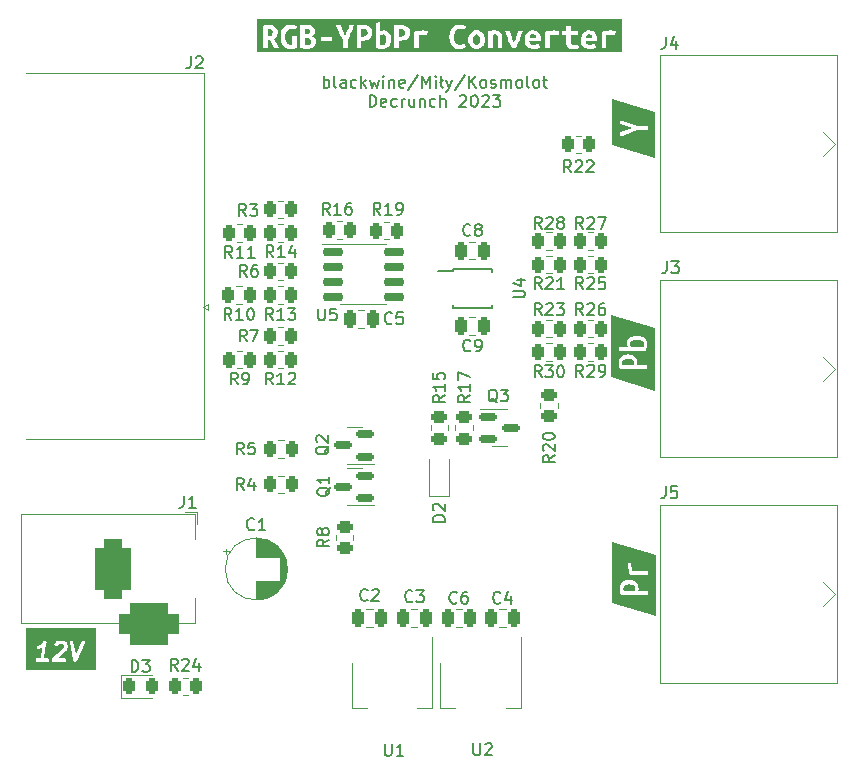
<source format=gto>
%TF.GenerationSoftware,KiCad,Pcbnew,7.0.2*%
%TF.CreationDate,2023-06-12T01:53:58+02:00*%
%TF.ProjectId,RGB-YPbPr-Converter,5247422d-5950-4625-9072-2d436f6e7665,rev?*%
%TF.SameCoordinates,Original*%
%TF.FileFunction,Legend,Top*%
%TF.FilePolarity,Positive*%
%FSLAX46Y46*%
G04 Gerber Fmt 4.6, Leading zero omitted, Abs format (unit mm)*
G04 Created by KiCad (PCBNEW 7.0.2) date 2023-06-12 01:53:58*
%MOMM*%
%LPD*%
G01*
G04 APERTURE LIST*
G04 Aperture macros list*
%AMRoundRect*
0 Rectangle with rounded corners*
0 $1 Rounding radius*
0 $2 $3 $4 $5 $6 $7 $8 $9 X,Y pos of 4 corners*
0 Add a 4 corners polygon primitive as box body*
4,1,4,$2,$3,$4,$5,$6,$7,$8,$9,$2,$3,0*
0 Add four circle primitives for the rounded corners*
1,1,$1+$1,$2,$3*
1,1,$1+$1,$4,$5*
1,1,$1+$1,$6,$7*
1,1,$1+$1,$8,$9*
0 Add four rect primitives between the rounded corners*
20,1,$1+$1,$2,$3,$4,$5,0*
20,1,$1+$1,$4,$5,$6,$7,0*
20,1,$1+$1,$6,$7,$8,$9,0*
20,1,$1+$1,$8,$9,$2,$3,0*%
G04 Aperture macros list end*
%ADD10C,0.300000*%
%ADD11C,0.200000*%
%ADD12C,0.150000*%
%ADD13C,0.120000*%
%ADD14RoundRect,0.150000X-0.725000X-0.150000X0.725000X-0.150000X0.725000X0.150000X-0.725000X0.150000X0*%
%ADD15RoundRect,0.250000X0.450000X-0.262500X0.450000X0.262500X-0.450000X0.262500X-0.450000X-0.262500X0*%
%ADD16RoundRect,0.250000X0.262500X0.450000X-0.262500X0.450000X-0.262500X-0.450000X0.262500X-0.450000X0*%
%ADD17R,1.400000X0.300000*%
%ADD18RoundRect,0.250000X-0.262500X-0.450000X0.262500X-0.450000X0.262500X0.450000X-0.262500X0.450000X0*%
%ADD19O,2.500000X1.600000*%
%ADD20O,7.000000X3.500000*%
%ADD21R,1.600000X1.600000*%
%ADD22C,1.600000*%
%ADD23R,1.000000X1.000000*%
%ADD24RoundRect,0.250000X-0.450000X0.262500X-0.450000X-0.262500X0.450000X-0.262500X0.450000X0.262500X0*%
%ADD25RoundRect,0.250000X-0.250000X-0.475000X0.250000X-0.475000X0.250000X0.475000X-0.250000X0.475000X0*%
%ADD26R,1.500000X2.000000*%
%ADD27R,3.800000X2.000000*%
%ADD28RoundRect,0.150000X-0.587500X-0.150000X0.587500X-0.150000X0.587500X0.150000X-0.587500X0.150000X0*%
%ADD29RoundRect,0.250000X0.250000X0.475000X-0.250000X0.475000X-0.250000X-0.475000X0.250000X-0.475000X0*%
%ADD30RoundRect,0.150000X0.587500X0.150000X-0.587500X0.150000X-0.587500X-0.150000X0.587500X-0.150000X0*%
%ADD31C,5.700000*%
%ADD32C,4.000000*%
%ADD33RoundRect,0.243750X-0.243750X-0.456250X0.243750X-0.456250X0.243750X0.456250X-0.243750X0.456250X0*%
%ADD34R,3.500000X5.000000*%
%ADD35RoundRect,0.750000X-0.750000X-1.750000X0.750000X-1.750000X0.750000X1.750000X-0.750000X1.750000X0*%
%ADD36RoundRect,0.875000X-1.625000X-0.875000X1.625000X-0.875000X1.625000X0.875000X-1.625000X0.875000X0*%
G04 APERTURE END LIST*
D10*
G36*
X106330358Y-160514286D02*
G01*
X100435714Y-160514286D01*
X100435714Y-159688677D01*
X101222043Y-159688677D01*
X101258636Y-159768804D01*
X101332741Y-159816428D01*
X101785198Y-159816428D01*
X101808241Y-159822735D01*
X101828341Y-159816428D01*
X102255496Y-159816428D01*
X102318448Y-159797944D01*
X102376133Y-159731371D01*
X102382272Y-159688677D01*
X102570258Y-159688677D01*
X102575412Y-159699962D01*
X102575569Y-159712365D01*
X102593405Y-159739362D01*
X102606851Y-159768804D01*
X102617287Y-159775511D01*
X102624126Y-159785862D01*
X102653734Y-159798934D01*
X102680956Y-159816428D01*
X102693359Y-159816428D01*
X102704709Y-159821439D01*
X102736685Y-159816428D01*
X103675139Y-159816428D01*
X103738091Y-159797944D01*
X103795776Y-159731371D01*
X103808313Y-159644179D01*
X103771720Y-159564052D01*
X103697615Y-159516428D01*
X103119530Y-159516428D01*
X103780129Y-158929227D01*
X103807293Y-158911823D01*
X103821614Y-158880577D01*
X103839830Y-158851429D01*
X103839699Y-158841118D01*
X103915504Y-158675728D01*
X103930879Y-158657309D01*
X103936156Y-158615089D01*
X103942272Y-158572963D01*
X103941605Y-158571497D01*
X103953378Y-158477307D01*
X103961271Y-158440713D01*
X103951026Y-158413394D01*
X103946341Y-158384587D01*
X103935848Y-158372920D01*
X103897816Y-158271501D01*
X103893675Y-158243656D01*
X103868355Y-158214719D01*
X103845250Y-158183968D01*
X103839620Y-158181879D01*
X103815141Y-158153903D01*
X104104884Y-158153903D01*
X104420964Y-159671088D01*
X104418442Y-159688465D01*
X104429772Y-159713364D01*
X104430766Y-159718135D01*
X104438669Y-159732916D01*
X104454926Y-159768643D01*
X104459266Y-159771440D01*
X104461701Y-159775994D01*
X104495970Y-159795100D01*
X104528966Y-159816369D01*
X104534131Y-159816376D01*
X104538639Y-159818889D01*
X104577786Y-159816435D01*
X104617053Y-159816489D01*
X104621402Y-159813701D01*
X104626556Y-159813379D01*
X104658178Y-159790138D01*
X104691223Y-159768965D01*
X104693374Y-159764270D01*
X104697535Y-159761213D01*
X104711571Y-159724568D01*
X105406060Y-158209320D01*
X105415486Y-158144391D01*
X105379002Y-158064214D01*
X105304962Y-158016488D01*
X105216875Y-158016368D01*
X105142705Y-158063891D01*
X104626989Y-159189090D01*
X104403162Y-158114720D01*
X104372227Y-158056861D01*
X104295289Y-158013967D01*
X104207372Y-158019476D01*
X104136393Y-158071642D01*
X104104884Y-158153903D01*
X103815141Y-158153903D01*
X103812541Y-158150932D01*
X103798736Y-158126231D01*
X103764938Y-158108205D01*
X103732603Y-158087645D01*
X103726443Y-158087674D01*
X103631330Y-158036947D01*
X103599401Y-158016428D01*
X103570740Y-158016428D01*
X103542671Y-158010610D01*
X103527529Y-158016428D01*
X103208082Y-158016428D01*
X103174196Y-158011951D01*
X103144833Y-158025768D01*
X103113694Y-158034912D01*
X103105631Y-158044217D01*
X103001990Y-158092989D01*
X102979693Y-158096484D01*
X102947302Y-158125275D01*
X102913953Y-158154847D01*
X102913925Y-158154943D01*
X102850297Y-158211502D01*
X102815526Y-158267140D01*
X102816640Y-158355221D01*
X102865196Y-158428719D01*
X102945780Y-158464296D01*
X103032806Y-158450658D01*
X103129895Y-158364357D01*
X103231745Y-158316428D01*
X103517857Y-158316428D01*
X103594475Y-158357291D01*
X103620921Y-158387516D01*
X103651931Y-158470207D01*
X103641521Y-158553487D01*
X103566063Y-158718122D01*
X102650478Y-159531976D01*
X102640480Y-159534912D01*
X102618036Y-159560813D01*
X102609225Y-159568646D01*
X102603986Y-159577028D01*
X102582795Y-159601485D01*
X102581029Y-159613761D01*
X102574454Y-159624284D01*
X102574863Y-159656645D01*
X102570258Y-159688677D01*
X102382272Y-159688677D01*
X102388670Y-159644179D01*
X102352077Y-159564052D01*
X102277972Y-159516428D01*
X101975275Y-159516428D01*
X102139269Y-158204469D01*
X102148433Y-158181793D01*
X102140603Y-158140450D01*
X102133841Y-158098874D01*
X102132433Y-158097308D01*
X102132042Y-158095243D01*
X102103078Y-158064667D01*
X102074937Y-158033377D01*
X102072910Y-158032822D01*
X102071462Y-158031293D01*
X102030537Y-158021224D01*
X101989973Y-158010122D01*
X101987967Y-158010751D01*
X101985925Y-158010249D01*
X101946093Y-158023890D01*
X101905926Y-158036494D01*
X101904578Y-158038108D01*
X101902588Y-158038790D01*
X101876452Y-158071803D01*
X101849478Y-158104119D01*
X101849217Y-158106206D01*
X101713753Y-158277318D01*
X101579033Y-158397069D01*
X101427329Y-158468461D01*
X101378239Y-158511990D01*
X101354392Y-158596789D01*
X101380174Y-158681020D01*
X101447402Y-158737939D01*
X101534732Y-158749477D01*
X101706937Y-158668438D01*
X101729236Y-158664944D01*
X101762028Y-158635794D01*
X101785635Y-158614862D01*
X101672939Y-159516428D01*
X101355217Y-159516428D01*
X101292265Y-159534912D01*
X101234580Y-159601485D01*
X101222043Y-159688677D01*
X100435714Y-159688677D01*
X100435714Y-156935714D01*
X106330358Y-156935714D01*
X106330358Y-160514286D01*
G37*
D11*
X125619047Y-111205217D02*
X125619047Y-110205217D01*
X125619047Y-110586169D02*
X125714285Y-110538550D01*
X125714285Y-110538550D02*
X125904761Y-110538550D01*
X125904761Y-110538550D02*
X125999999Y-110586169D01*
X125999999Y-110586169D02*
X126047618Y-110633788D01*
X126047618Y-110633788D02*
X126095237Y-110729026D01*
X126095237Y-110729026D02*
X126095237Y-111014740D01*
X126095237Y-111014740D02*
X126047618Y-111109978D01*
X126047618Y-111109978D02*
X125999999Y-111157598D01*
X125999999Y-111157598D02*
X125904761Y-111205217D01*
X125904761Y-111205217D02*
X125714285Y-111205217D01*
X125714285Y-111205217D02*
X125619047Y-111157598D01*
X126666666Y-111205217D02*
X126571428Y-111157598D01*
X126571428Y-111157598D02*
X126523809Y-111062359D01*
X126523809Y-111062359D02*
X126523809Y-110205217D01*
X127476190Y-111205217D02*
X127476190Y-110681407D01*
X127476190Y-110681407D02*
X127428571Y-110586169D01*
X127428571Y-110586169D02*
X127333333Y-110538550D01*
X127333333Y-110538550D02*
X127142857Y-110538550D01*
X127142857Y-110538550D02*
X127047619Y-110586169D01*
X127476190Y-111157598D02*
X127380952Y-111205217D01*
X127380952Y-111205217D02*
X127142857Y-111205217D01*
X127142857Y-111205217D02*
X127047619Y-111157598D01*
X127047619Y-111157598D02*
X127000000Y-111062359D01*
X127000000Y-111062359D02*
X127000000Y-110967121D01*
X127000000Y-110967121D02*
X127047619Y-110871883D01*
X127047619Y-110871883D02*
X127142857Y-110824264D01*
X127142857Y-110824264D02*
X127380952Y-110824264D01*
X127380952Y-110824264D02*
X127476190Y-110776645D01*
X128380952Y-111157598D02*
X128285714Y-111205217D01*
X128285714Y-111205217D02*
X128095238Y-111205217D01*
X128095238Y-111205217D02*
X128000000Y-111157598D01*
X128000000Y-111157598D02*
X127952381Y-111109978D01*
X127952381Y-111109978D02*
X127904762Y-111014740D01*
X127904762Y-111014740D02*
X127904762Y-110729026D01*
X127904762Y-110729026D02*
X127952381Y-110633788D01*
X127952381Y-110633788D02*
X128000000Y-110586169D01*
X128000000Y-110586169D02*
X128095238Y-110538550D01*
X128095238Y-110538550D02*
X128285714Y-110538550D01*
X128285714Y-110538550D02*
X128380952Y-110586169D01*
X128809524Y-111205217D02*
X128809524Y-110205217D01*
X128904762Y-110824264D02*
X129190476Y-111205217D01*
X129190476Y-110538550D02*
X128809524Y-110919502D01*
X129523810Y-110538550D02*
X129714286Y-111205217D01*
X129714286Y-111205217D02*
X129904762Y-110729026D01*
X129904762Y-110729026D02*
X130095238Y-111205217D01*
X130095238Y-111205217D02*
X130285714Y-110538550D01*
X130666667Y-111205217D02*
X130666667Y-110538550D01*
X130666667Y-110205217D02*
X130619048Y-110252836D01*
X130619048Y-110252836D02*
X130666667Y-110300455D01*
X130666667Y-110300455D02*
X130714286Y-110252836D01*
X130714286Y-110252836D02*
X130666667Y-110205217D01*
X130666667Y-110205217D02*
X130666667Y-110300455D01*
X131142857Y-110538550D02*
X131142857Y-111205217D01*
X131142857Y-110633788D02*
X131190476Y-110586169D01*
X131190476Y-110586169D02*
X131285714Y-110538550D01*
X131285714Y-110538550D02*
X131428571Y-110538550D01*
X131428571Y-110538550D02*
X131523809Y-110586169D01*
X131523809Y-110586169D02*
X131571428Y-110681407D01*
X131571428Y-110681407D02*
X131571428Y-111205217D01*
X132428571Y-111157598D02*
X132333333Y-111205217D01*
X132333333Y-111205217D02*
X132142857Y-111205217D01*
X132142857Y-111205217D02*
X132047619Y-111157598D01*
X132047619Y-111157598D02*
X132000000Y-111062359D01*
X132000000Y-111062359D02*
X132000000Y-110681407D01*
X132000000Y-110681407D02*
X132047619Y-110586169D01*
X132047619Y-110586169D02*
X132142857Y-110538550D01*
X132142857Y-110538550D02*
X132333333Y-110538550D01*
X132333333Y-110538550D02*
X132428571Y-110586169D01*
X132428571Y-110586169D02*
X132476190Y-110681407D01*
X132476190Y-110681407D02*
X132476190Y-110776645D01*
X132476190Y-110776645D02*
X132000000Y-110871883D01*
X133619047Y-110157598D02*
X132761905Y-111443312D01*
X133952381Y-111205217D02*
X133952381Y-110205217D01*
X133952381Y-110205217D02*
X134285714Y-110919502D01*
X134285714Y-110919502D02*
X134619047Y-110205217D01*
X134619047Y-110205217D02*
X134619047Y-111205217D01*
X135095238Y-111205217D02*
X135095238Y-110538550D01*
X135095238Y-110205217D02*
X135047619Y-110252836D01*
X135047619Y-110252836D02*
X135095238Y-110300455D01*
X135095238Y-110300455D02*
X135142857Y-110252836D01*
X135142857Y-110252836D02*
X135095238Y-110205217D01*
X135095238Y-110205217D02*
X135095238Y-110300455D01*
X135714285Y-111205217D02*
X135619047Y-111157598D01*
X135619047Y-111157598D02*
X135571428Y-111062359D01*
X135571428Y-111062359D02*
X135571428Y-110205217D01*
X135428571Y-110729026D02*
X135714285Y-110538550D01*
X136000000Y-110538550D02*
X136238095Y-111205217D01*
X136476190Y-110538550D02*
X136238095Y-111205217D01*
X136238095Y-111205217D02*
X136142857Y-111443312D01*
X136142857Y-111443312D02*
X136095238Y-111490931D01*
X136095238Y-111490931D02*
X136000000Y-111538550D01*
X137571428Y-110157598D02*
X136714286Y-111443312D01*
X137904762Y-111205217D02*
X137904762Y-110205217D01*
X138476190Y-111205217D02*
X138047619Y-110633788D01*
X138476190Y-110205217D02*
X137904762Y-110776645D01*
X139047619Y-111205217D02*
X138952381Y-111157598D01*
X138952381Y-111157598D02*
X138904762Y-111109978D01*
X138904762Y-111109978D02*
X138857143Y-111014740D01*
X138857143Y-111014740D02*
X138857143Y-110729026D01*
X138857143Y-110729026D02*
X138904762Y-110633788D01*
X138904762Y-110633788D02*
X138952381Y-110586169D01*
X138952381Y-110586169D02*
X139047619Y-110538550D01*
X139047619Y-110538550D02*
X139190476Y-110538550D01*
X139190476Y-110538550D02*
X139285714Y-110586169D01*
X139285714Y-110586169D02*
X139333333Y-110633788D01*
X139333333Y-110633788D02*
X139380952Y-110729026D01*
X139380952Y-110729026D02*
X139380952Y-111014740D01*
X139380952Y-111014740D02*
X139333333Y-111109978D01*
X139333333Y-111109978D02*
X139285714Y-111157598D01*
X139285714Y-111157598D02*
X139190476Y-111205217D01*
X139190476Y-111205217D02*
X139047619Y-111205217D01*
X139761905Y-111157598D02*
X139857143Y-111205217D01*
X139857143Y-111205217D02*
X140047619Y-111205217D01*
X140047619Y-111205217D02*
X140142857Y-111157598D01*
X140142857Y-111157598D02*
X140190476Y-111062359D01*
X140190476Y-111062359D02*
X140190476Y-111014740D01*
X140190476Y-111014740D02*
X140142857Y-110919502D01*
X140142857Y-110919502D02*
X140047619Y-110871883D01*
X140047619Y-110871883D02*
X139904762Y-110871883D01*
X139904762Y-110871883D02*
X139809524Y-110824264D01*
X139809524Y-110824264D02*
X139761905Y-110729026D01*
X139761905Y-110729026D02*
X139761905Y-110681407D01*
X139761905Y-110681407D02*
X139809524Y-110586169D01*
X139809524Y-110586169D02*
X139904762Y-110538550D01*
X139904762Y-110538550D02*
X140047619Y-110538550D01*
X140047619Y-110538550D02*
X140142857Y-110586169D01*
X140619048Y-111205217D02*
X140619048Y-110538550D01*
X140619048Y-110633788D02*
X140666667Y-110586169D01*
X140666667Y-110586169D02*
X140761905Y-110538550D01*
X140761905Y-110538550D02*
X140904762Y-110538550D01*
X140904762Y-110538550D02*
X141000000Y-110586169D01*
X141000000Y-110586169D02*
X141047619Y-110681407D01*
X141047619Y-110681407D02*
X141047619Y-111205217D01*
X141047619Y-110681407D02*
X141095238Y-110586169D01*
X141095238Y-110586169D02*
X141190476Y-110538550D01*
X141190476Y-110538550D02*
X141333333Y-110538550D01*
X141333333Y-110538550D02*
X141428572Y-110586169D01*
X141428572Y-110586169D02*
X141476191Y-110681407D01*
X141476191Y-110681407D02*
X141476191Y-111205217D01*
X142095238Y-111205217D02*
X142000000Y-111157598D01*
X142000000Y-111157598D02*
X141952381Y-111109978D01*
X141952381Y-111109978D02*
X141904762Y-111014740D01*
X141904762Y-111014740D02*
X141904762Y-110729026D01*
X141904762Y-110729026D02*
X141952381Y-110633788D01*
X141952381Y-110633788D02*
X142000000Y-110586169D01*
X142000000Y-110586169D02*
X142095238Y-110538550D01*
X142095238Y-110538550D02*
X142238095Y-110538550D01*
X142238095Y-110538550D02*
X142333333Y-110586169D01*
X142333333Y-110586169D02*
X142380952Y-110633788D01*
X142380952Y-110633788D02*
X142428571Y-110729026D01*
X142428571Y-110729026D02*
X142428571Y-111014740D01*
X142428571Y-111014740D02*
X142380952Y-111109978D01*
X142380952Y-111109978D02*
X142333333Y-111157598D01*
X142333333Y-111157598D02*
X142238095Y-111205217D01*
X142238095Y-111205217D02*
X142095238Y-111205217D01*
X143000000Y-111205217D02*
X142904762Y-111157598D01*
X142904762Y-111157598D02*
X142857143Y-111062359D01*
X142857143Y-111062359D02*
X142857143Y-110205217D01*
X143523810Y-111205217D02*
X143428572Y-111157598D01*
X143428572Y-111157598D02*
X143380953Y-111109978D01*
X143380953Y-111109978D02*
X143333334Y-111014740D01*
X143333334Y-111014740D02*
X143333334Y-110729026D01*
X143333334Y-110729026D02*
X143380953Y-110633788D01*
X143380953Y-110633788D02*
X143428572Y-110586169D01*
X143428572Y-110586169D02*
X143523810Y-110538550D01*
X143523810Y-110538550D02*
X143666667Y-110538550D01*
X143666667Y-110538550D02*
X143761905Y-110586169D01*
X143761905Y-110586169D02*
X143809524Y-110633788D01*
X143809524Y-110633788D02*
X143857143Y-110729026D01*
X143857143Y-110729026D02*
X143857143Y-111014740D01*
X143857143Y-111014740D02*
X143809524Y-111109978D01*
X143809524Y-111109978D02*
X143761905Y-111157598D01*
X143761905Y-111157598D02*
X143666667Y-111205217D01*
X143666667Y-111205217D02*
X143523810Y-111205217D01*
X144142858Y-110538550D02*
X144523810Y-110538550D01*
X144285715Y-110205217D02*
X144285715Y-111062359D01*
X144285715Y-111062359D02*
X144333334Y-111157598D01*
X144333334Y-111157598D02*
X144428572Y-111205217D01*
X144428572Y-111205217D02*
X144523810Y-111205217D01*
X129499999Y-112825217D02*
X129499999Y-111825217D01*
X129499999Y-111825217D02*
X129738094Y-111825217D01*
X129738094Y-111825217D02*
X129880951Y-111872836D01*
X129880951Y-111872836D02*
X129976189Y-111968074D01*
X129976189Y-111968074D02*
X130023808Y-112063312D01*
X130023808Y-112063312D02*
X130071427Y-112253788D01*
X130071427Y-112253788D02*
X130071427Y-112396645D01*
X130071427Y-112396645D02*
X130023808Y-112587121D01*
X130023808Y-112587121D02*
X129976189Y-112682359D01*
X129976189Y-112682359D02*
X129880951Y-112777598D01*
X129880951Y-112777598D02*
X129738094Y-112825217D01*
X129738094Y-112825217D02*
X129499999Y-112825217D01*
X130880951Y-112777598D02*
X130785713Y-112825217D01*
X130785713Y-112825217D02*
X130595237Y-112825217D01*
X130595237Y-112825217D02*
X130499999Y-112777598D01*
X130499999Y-112777598D02*
X130452380Y-112682359D01*
X130452380Y-112682359D02*
X130452380Y-112301407D01*
X130452380Y-112301407D02*
X130499999Y-112206169D01*
X130499999Y-112206169D02*
X130595237Y-112158550D01*
X130595237Y-112158550D02*
X130785713Y-112158550D01*
X130785713Y-112158550D02*
X130880951Y-112206169D01*
X130880951Y-112206169D02*
X130928570Y-112301407D01*
X130928570Y-112301407D02*
X130928570Y-112396645D01*
X130928570Y-112396645D02*
X130452380Y-112491883D01*
X131785713Y-112777598D02*
X131690475Y-112825217D01*
X131690475Y-112825217D02*
X131499999Y-112825217D01*
X131499999Y-112825217D02*
X131404761Y-112777598D01*
X131404761Y-112777598D02*
X131357142Y-112729978D01*
X131357142Y-112729978D02*
X131309523Y-112634740D01*
X131309523Y-112634740D02*
X131309523Y-112349026D01*
X131309523Y-112349026D02*
X131357142Y-112253788D01*
X131357142Y-112253788D02*
X131404761Y-112206169D01*
X131404761Y-112206169D02*
X131499999Y-112158550D01*
X131499999Y-112158550D02*
X131690475Y-112158550D01*
X131690475Y-112158550D02*
X131785713Y-112206169D01*
X132214285Y-112825217D02*
X132214285Y-112158550D01*
X132214285Y-112349026D02*
X132261904Y-112253788D01*
X132261904Y-112253788D02*
X132309523Y-112206169D01*
X132309523Y-112206169D02*
X132404761Y-112158550D01*
X132404761Y-112158550D02*
X132499999Y-112158550D01*
X133261904Y-112158550D02*
X133261904Y-112825217D01*
X132833333Y-112158550D02*
X132833333Y-112682359D01*
X132833333Y-112682359D02*
X132880952Y-112777598D01*
X132880952Y-112777598D02*
X132976190Y-112825217D01*
X132976190Y-112825217D02*
X133119047Y-112825217D01*
X133119047Y-112825217D02*
X133214285Y-112777598D01*
X133214285Y-112777598D02*
X133261904Y-112729978D01*
X133738095Y-112158550D02*
X133738095Y-112825217D01*
X133738095Y-112253788D02*
X133785714Y-112206169D01*
X133785714Y-112206169D02*
X133880952Y-112158550D01*
X133880952Y-112158550D02*
X134023809Y-112158550D01*
X134023809Y-112158550D02*
X134119047Y-112206169D01*
X134119047Y-112206169D02*
X134166666Y-112301407D01*
X134166666Y-112301407D02*
X134166666Y-112825217D01*
X135071428Y-112777598D02*
X134976190Y-112825217D01*
X134976190Y-112825217D02*
X134785714Y-112825217D01*
X134785714Y-112825217D02*
X134690476Y-112777598D01*
X134690476Y-112777598D02*
X134642857Y-112729978D01*
X134642857Y-112729978D02*
X134595238Y-112634740D01*
X134595238Y-112634740D02*
X134595238Y-112349026D01*
X134595238Y-112349026D02*
X134642857Y-112253788D01*
X134642857Y-112253788D02*
X134690476Y-112206169D01*
X134690476Y-112206169D02*
X134785714Y-112158550D01*
X134785714Y-112158550D02*
X134976190Y-112158550D01*
X134976190Y-112158550D02*
X135071428Y-112206169D01*
X135500000Y-112825217D02*
X135500000Y-111825217D01*
X135928571Y-112825217D02*
X135928571Y-112301407D01*
X135928571Y-112301407D02*
X135880952Y-112206169D01*
X135880952Y-112206169D02*
X135785714Y-112158550D01*
X135785714Y-112158550D02*
X135642857Y-112158550D01*
X135642857Y-112158550D02*
X135547619Y-112206169D01*
X135547619Y-112206169D02*
X135500000Y-112253788D01*
X137119048Y-111920455D02*
X137166667Y-111872836D01*
X137166667Y-111872836D02*
X137261905Y-111825217D01*
X137261905Y-111825217D02*
X137500000Y-111825217D01*
X137500000Y-111825217D02*
X137595238Y-111872836D01*
X137595238Y-111872836D02*
X137642857Y-111920455D01*
X137642857Y-111920455D02*
X137690476Y-112015693D01*
X137690476Y-112015693D02*
X137690476Y-112110931D01*
X137690476Y-112110931D02*
X137642857Y-112253788D01*
X137642857Y-112253788D02*
X137071429Y-112825217D01*
X137071429Y-112825217D02*
X137690476Y-112825217D01*
X138309524Y-111825217D02*
X138404762Y-111825217D01*
X138404762Y-111825217D02*
X138500000Y-111872836D01*
X138500000Y-111872836D02*
X138547619Y-111920455D01*
X138547619Y-111920455D02*
X138595238Y-112015693D01*
X138595238Y-112015693D02*
X138642857Y-112206169D01*
X138642857Y-112206169D02*
X138642857Y-112444264D01*
X138642857Y-112444264D02*
X138595238Y-112634740D01*
X138595238Y-112634740D02*
X138547619Y-112729978D01*
X138547619Y-112729978D02*
X138500000Y-112777598D01*
X138500000Y-112777598D02*
X138404762Y-112825217D01*
X138404762Y-112825217D02*
X138309524Y-112825217D01*
X138309524Y-112825217D02*
X138214286Y-112777598D01*
X138214286Y-112777598D02*
X138166667Y-112729978D01*
X138166667Y-112729978D02*
X138119048Y-112634740D01*
X138119048Y-112634740D02*
X138071429Y-112444264D01*
X138071429Y-112444264D02*
X138071429Y-112206169D01*
X138071429Y-112206169D02*
X138119048Y-112015693D01*
X138119048Y-112015693D02*
X138166667Y-111920455D01*
X138166667Y-111920455D02*
X138214286Y-111872836D01*
X138214286Y-111872836D02*
X138309524Y-111825217D01*
X139023810Y-111920455D02*
X139071429Y-111872836D01*
X139071429Y-111872836D02*
X139166667Y-111825217D01*
X139166667Y-111825217D02*
X139404762Y-111825217D01*
X139404762Y-111825217D02*
X139500000Y-111872836D01*
X139500000Y-111872836D02*
X139547619Y-111920455D01*
X139547619Y-111920455D02*
X139595238Y-112015693D01*
X139595238Y-112015693D02*
X139595238Y-112110931D01*
X139595238Y-112110931D02*
X139547619Y-112253788D01*
X139547619Y-112253788D02*
X138976191Y-112825217D01*
X138976191Y-112825217D02*
X139595238Y-112825217D01*
X139928572Y-111825217D02*
X140547619Y-111825217D01*
X140547619Y-111825217D02*
X140214286Y-112206169D01*
X140214286Y-112206169D02*
X140357143Y-112206169D01*
X140357143Y-112206169D02*
X140452381Y-112253788D01*
X140452381Y-112253788D02*
X140500000Y-112301407D01*
X140500000Y-112301407D02*
X140547619Y-112396645D01*
X140547619Y-112396645D02*
X140547619Y-112634740D01*
X140547619Y-112634740D02*
X140500000Y-112729978D01*
X140500000Y-112729978D02*
X140452381Y-112777598D01*
X140452381Y-112777598D02*
X140357143Y-112825217D01*
X140357143Y-112825217D02*
X140071429Y-112825217D01*
X140071429Y-112825217D02*
X139976191Y-112777598D01*
X139976191Y-112777598D02*
X139928572Y-112729978D01*
D12*
%TO.C,U5*%
X125138095Y-129912619D02*
X125138095Y-130722142D01*
X125138095Y-130722142D02*
X125185714Y-130817380D01*
X125185714Y-130817380D02*
X125233333Y-130865000D01*
X125233333Y-130865000D02*
X125328571Y-130912619D01*
X125328571Y-130912619D02*
X125519047Y-130912619D01*
X125519047Y-130912619D02*
X125614285Y-130865000D01*
X125614285Y-130865000D02*
X125661904Y-130817380D01*
X125661904Y-130817380D02*
X125709523Y-130722142D01*
X125709523Y-130722142D02*
X125709523Y-129912619D01*
X126661904Y-129912619D02*
X126185714Y-129912619D01*
X126185714Y-129912619D02*
X126138095Y-130388809D01*
X126138095Y-130388809D02*
X126185714Y-130341190D01*
X126185714Y-130341190D02*
X126280952Y-130293571D01*
X126280952Y-130293571D02*
X126519047Y-130293571D01*
X126519047Y-130293571D02*
X126614285Y-130341190D01*
X126614285Y-130341190D02*
X126661904Y-130388809D01*
X126661904Y-130388809D02*
X126709523Y-130484047D01*
X126709523Y-130484047D02*
X126709523Y-130722142D01*
X126709523Y-130722142D02*
X126661904Y-130817380D01*
X126661904Y-130817380D02*
X126614285Y-130865000D01*
X126614285Y-130865000D02*
X126519047Y-130912619D01*
X126519047Y-130912619D02*
X126280952Y-130912619D01*
X126280952Y-130912619D02*
X126185714Y-130865000D01*
X126185714Y-130865000D02*
X126138095Y-130817380D01*
%TO.C,R20*%
X145162619Y-142342857D02*
X144686428Y-142676190D01*
X145162619Y-142914285D02*
X144162619Y-142914285D01*
X144162619Y-142914285D02*
X144162619Y-142533333D01*
X144162619Y-142533333D02*
X144210238Y-142438095D01*
X144210238Y-142438095D02*
X144257857Y-142390476D01*
X144257857Y-142390476D02*
X144353095Y-142342857D01*
X144353095Y-142342857D02*
X144495952Y-142342857D01*
X144495952Y-142342857D02*
X144591190Y-142390476D01*
X144591190Y-142390476D02*
X144638809Y-142438095D01*
X144638809Y-142438095D02*
X144686428Y-142533333D01*
X144686428Y-142533333D02*
X144686428Y-142914285D01*
X144257857Y-141961904D02*
X144210238Y-141914285D01*
X144210238Y-141914285D02*
X144162619Y-141819047D01*
X144162619Y-141819047D02*
X144162619Y-141580952D01*
X144162619Y-141580952D02*
X144210238Y-141485714D01*
X144210238Y-141485714D02*
X144257857Y-141438095D01*
X144257857Y-141438095D02*
X144353095Y-141390476D01*
X144353095Y-141390476D02*
X144448333Y-141390476D01*
X144448333Y-141390476D02*
X144591190Y-141438095D01*
X144591190Y-141438095D02*
X145162619Y-142009523D01*
X145162619Y-142009523D02*
X145162619Y-141390476D01*
X144162619Y-140771428D02*
X144162619Y-140676190D01*
X144162619Y-140676190D02*
X144210238Y-140580952D01*
X144210238Y-140580952D02*
X144257857Y-140533333D01*
X144257857Y-140533333D02*
X144353095Y-140485714D01*
X144353095Y-140485714D02*
X144543571Y-140438095D01*
X144543571Y-140438095D02*
X144781666Y-140438095D01*
X144781666Y-140438095D02*
X144972142Y-140485714D01*
X144972142Y-140485714D02*
X145067380Y-140533333D01*
X145067380Y-140533333D02*
X145115000Y-140580952D01*
X145115000Y-140580952D02*
X145162619Y-140676190D01*
X145162619Y-140676190D02*
X145162619Y-140771428D01*
X145162619Y-140771428D02*
X145115000Y-140866666D01*
X145115000Y-140866666D02*
X145067380Y-140914285D01*
X145067380Y-140914285D02*
X144972142Y-140961904D01*
X144972142Y-140961904D02*
X144781666Y-141009523D01*
X144781666Y-141009523D02*
X144543571Y-141009523D01*
X144543571Y-141009523D02*
X144353095Y-140961904D01*
X144353095Y-140961904D02*
X144257857Y-140914285D01*
X144257857Y-140914285D02*
X144210238Y-140866666D01*
X144210238Y-140866666D02*
X144162619Y-140771428D01*
%TO.C,R28*%
X144057142Y-123162619D02*
X143723809Y-122686428D01*
X143485714Y-123162619D02*
X143485714Y-122162619D01*
X143485714Y-122162619D02*
X143866666Y-122162619D01*
X143866666Y-122162619D02*
X143961904Y-122210238D01*
X143961904Y-122210238D02*
X144009523Y-122257857D01*
X144009523Y-122257857D02*
X144057142Y-122353095D01*
X144057142Y-122353095D02*
X144057142Y-122495952D01*
X144057142Y-122495952D02*
X144009523Y-122591190D01*
X144009523Y-122591190D02*
X143961904Y-122638809D01*
X143961904Y-122638809D02*
X143866666Y-122686428D01*
X143866666Y-122686428D02*
X143485714Y-122686428D01*
X144438095Y-122257857D02*
X144485714Y-122210238D01*
X144485714Y-122210238D02*
X144580952Y-122162619D01*
X144580952Y-122162619D02*
X144819047Y-122162619D01*
X144819047Y-122162619D02*
X144914285Y-122210238D01*
X144914285Y-122210238D02*
X144961904Y-122257857D01*
X144961904Y-122257857D02*
X145009523Y-122353095D01*
X145009523Y-122353095D02*
X145009523Y-122448333D01*
X145009523Y-122448333D02*
X144961904Y-122591190D01*
X144961904Y-122591190D02*
X144390476Y-123162619D01*
X144390476Y-123162619D02*
X145009523Y-123162619D01*
X145580952Y-122591190D02*
X145485714Y-122543571D01*
X145485714Y-122543571D02*
X145438095Y-122495952D01*
X145438095Y-122495952D02*
X145390476Y-122400714D01*
X145390476Y-122400714D02*
X145390476Y-122353095D01*
X145390476Y-122353095D02*
X145438095Y-122257857D01*
X145438095Y-122257857D02*
X145485714Y-122210238D01*
X145485714Y-122210238D02*
X145580952Y-122162619D01*
X145580952Y-122162619D02*
X145771428Y-122162619D01*
X145771428Y-122162619D02*
X145866666Y-122210238D01*
X145866666Y-122210238D02*
X145914285Y-122257857D01*
X145914285Y-122257857D02*
X145961904Y-122353095D01*
X145961904Y-122353095D02*
X145961904Y-122400714D01*
X145961904Y-122400714D02*
X145914285Y-122495952D01*
X145914285Y-122495952D02*
X145866666Y-122543571D01*
X145866666Y-122543571D02*
X145771428Y-122591190D01*
X145771428Y-122591190D02*
X145580952Y-122591190D01*
X145580952Y-122591190D02*
X145485714Y-122638809D01*
X145485714Y-122638809D02*
X145438095Y-122686428D01*
X145438095Y-122686428D02*
X145390476Y-122781666D01*
X145390476Y-122781666D02*
X145390476Y-122972142D01*
X145390476Y-122972142D02*
X145438095Y-123067380D01*
X145438095Y-123067380D02*
X145485714Y-123115000D01*
X145485714Y-123115000D02*
X145580952Y-123162619D01*
X145580952Y-123162619D02*
X145771428Y-123162619D01*
X145771428Y-123162619D02*
X145866666Y-123115000D01*
X145866666Y-123115000D02*
X145914285Y-123067380D01*
X145914285Y-123067380D02*
X145961904Y-122972142D01*
X145961904Y-122972142D02*
X145961904Y-122781666D01*
X145961904Y-122781666D02*
X145914285Y-122686428D01*
X145914285Y-122686428D02*
X145866666Y-122638809D01*
X145866666Y-122638809D02*
X145771428Y-122591190D01*
%TO.C,U4*%
X141662619Y-128961904D02*
X142472142Y-128961904D01*
X142472142Y-128961904D02*
X142567380Y-128914285D01*
X142567380Y-128914285D02*
X142615000Y-128866666D01*
X142615000Y-128866666D02*
X142662619Y-128771428D01*
X142662619Y-128771428D02*
X142662619Y-128580952D01*
X142662619Y-128580952D02*
X142615000Y-128485714D01*
X142615000Y-128485714D02*
X142567380Y-128438095D01*
X142567380Y-128438095D02*
X142472142Y-128390476D01*
X142472142Y-128390476D02*
X141662619Y-128390476D01*
X141995952Y-127485714D02*
X142662619Y-127485714D01*
X141615000Y-127723809D02*
X142329285Y-127961904D01*
X142329285Y-127961904D02*
X142329285Y-127342857D01*
%TO.C,R15*%
X135862619Y-137242857D02*
X135386428Y-137576190D01*
X135862619Y-137814285D02*
X134862619Y-137814285D01*
X134862619Y-137814285D02*
X134862619Y-137433333D01*
X134862619Y-137433333D02*
X134910238Y-137338095D01*
X134910238Y-137338095D02*
X134957857Y-137290476D01*
X134957857Y-137290476D02*
X135053095Y-137242857D01*
X135053095Y-137242857D02*
X135195952Y-137242857D01*
X135195952Y-137242857D02*
X135291190Y-137290476D01*
X135291190Y-137290476D02*
X135338809Y-137338095D01*
X135338809Y-137338095D02*
X135386428Y-137433333D01*
X135386428Y-137433333D02*
X135386428Y-137814285D01*
X135862619Y-136290476D02*
X135862619Y-136861904D01*
X135862619Y-136576190D02*
X134862619Y-136576190D01*
X134862619Y-136576190D02*
X135005476Y-136671428D01*
X135005476Y-136671428D02*
X135100714Y-136766666D01*
X135100714Y-136766666D02*
X135148333Y-136861904D01*
X134862619Y-135385714D02*
X134862619Y-135861904D01*
X134862619Y-135861904D02*
X135338809Y-135909523D01*
X135338809Y-135909523D02*
X135291190Y-135861904D01*
X135291190Y-135861904D02*
X135243571Y-135766666D01*
X135243571Y-135766666D02*
X135243571Y-135528571D01*
X135243571Y-135528571D02*
X135291190Y-135433333D01*
X135291190Y-135433333D02*
X135338809Y-135385714D01*
X135338809Y-135385714D02*
X135434047Y-135338095D01*
X135434047Y-135338095D02*
X135672142Y-135338095D01*
X135672142Y-135338095D02*
X135767380Y-135385714D01*
X135767380Y-135385714D02*
X135815000Y-135433333D01*
X135815000Y-135433333D02*
X135862619Y-135528571D01*
X135862619Y-135528571D02*
X135862619Y-135766666D01*
X135862619Y-135766666D02*
X135815000Y-135861904D01*
X135815000Y-135861904D02*
X135767380Y-135909523D01*
%TO.C,R10*%
X117807142Y-130862619D02*
X117473809Y-130386428D01*
X117235714Y-130862619D02*
X117235714Y-129862619D01*
X117235714Y-129862619D02*
X117616666Y-129862619D01*
X117616666Y-129862619D02*
X117711904Y-129910238D01*
X117711904Y-129910238D02*
X117759523Y-129957857D01*
X117759523Y-129957857D02*
X117807142Y-130053095D01*
X117807142Y-130053095D02*
X117807142Y-130195952D01*
X117807142Y-130195952D02*
X117759523Y-130291190D01*
X117759523Y-130291190D02*
X117711904Y-130338809D01*
X117711904Y-130338809D02*
X117616666Y-130386428D01*
X117616666Y-130386428D02*
X117235714Y-130386428D01*
X118759523Y-130862619D02*
X118188095Y-130862619D01*
X118473809Y-130862619D02*
X118473809Y-129862619D01*
X118473809Y-129862619D02*
X118378571Y-130005476D01*
X118378571Y-130005476D02*
X118283333Y-130100714D01*
X118283333Y-130100714D02*
X118188095Y-130148333D01*
X119378571Y-129862619D02*
X119473809Y-129862619D01*
X119473809Y-129862619D02*
X119569047Y-129910238D01*
X119569047Y-129910238D02*
X119616666Y-129957857D01*
X119616666Y-129957857D02*
X119664285Y-130053095D01*
X119664285Y-130053095D02*
X119711904Y-130243571D01*
X119711904Y-130243571D02*
X119711904Y-130481666D01*
X119711904Y-130481666D02*
X119664285Y-130672142D01*
X119664285Y-130672142D02*
X119616666Y-130767380D01*
X119616666Y-130767380D02*
X119569047Y-130815000D01*
X119569047Y-130815000D02*
X119473809Y-130862619D01*
X119473809Y-130862619D02*
X119378571Y-130862619D01*
X119378571Y-130862619D02*
X119283333Y-130815000D01*
X119283333Y-130815000D02*
X119235714Y-130767380D01*
X119235714Y-130767380D02*
X119188095Y-130672142D01*
X119188095Y-130672142D02*
X119140476Y-130481666D01*
X119140476Y-130481666D02*
X119140476Y-130243571D01*
X119140476Y-130243571D02*
X119188095Y-130053095D01*
X119188095Y-130053095D02*
X119235714Y-129957857D01*
X119235714Y-129957857D02*
X119283333Y-129910238D01*
X119283333Y-129910238D02*
X119378571Y-129862619D01*
%TO.C,R4*%
X118845833Y-145262619D02*
X118512500Y-144786428D01*
X118274405Y-145262619D02*
X118274405Y-144262619D01*
X118274405Y-144262619D02*
X118655357Y-144262619D01*
X118655357Y-144262619D02*
X118750595Y-144310238D01*
X118750595Y-144310238D02*
X118798214Y-144357857D01*
X118798214Y-144357857D02*
X118845833Y-144453095D01*
X118845833Y-144453095D02*
X118845833Y-144595952D01*
X118845833Y-144595952D02*
X118798214Y-144691190D01*
X118798214Y-144691190D02*
X118750595Y-144738809D01*
X118750595Y-144738809D02*
X118655357Y-144786428D01*
X118655357Y-144786428D02*
X118274405Y-144786428D01*
X119702976Y-144595952D02*
X119702976Y-145262619D01*
X119464881Y-144215000D02*
X119226786Y-144929285D01*
X119226786Y-144929285D02*
X119845833Y-144929285D01*
%TO.C,R9*%
X118333333Y-136334570D02*
X118000000Y-135858379D01*
X117761905Y-136334570D02*
X117761905Y-135334570D01*
X117761905Y-135334570D02*
X118142857Y-135334570D01*
X118142857Y-135334570D02*
X118238095Y-135382189D01*
X118238095Y-135382189D02*
X118285714Y-135429808D01*
X118285714Y-135429808D02*
X118333333Y-135525046D01*
X118333333Y-135525046D02*
X118333333Y-135667903D01*
X118333333Y-135667903D02*
X118285714Y-135763141D01*
X118285714Y-135763141D02*
X118238095Y-135810760D01*
X118238095Y-135810760D02*
X118142857Y-135858379D01*
X118142857Y-135858379D02*
X117761905Y-135858379D01*
X118809524Y-136334570D02*
X119000000Y-136334570D01*
X119000000Y-136334570D02*
X119095238Y-136286951D01*
X119095238Y-136286951D02*
X119142857Y-136239331D01*
X119142857Y-136239331D02*
X119238095Y-136096474D01*
X119238095Y-136096474D02*
X119285714Y-135905998D01*
X119285714Y-135905998D02*
X119285714Y-135525046D01*
X119285714Y-135525046D02*
X119238095Y-135429808D01*
X119238095Y-135429808D02*
X119190476Y-135382189D01*
X119190476Y-135382189D02*
X119095238Y-135334570D01*
X119095238Y-135334570D02*
X118904762Y-135334570D01*
X118904762Y-135334570D02*
X118809524Y-135382189D01*
X118809524Y-135382189D02*
X118761905Y-135429808D01*
X118761905Y-135429808D02*
X118714286Y-135525046D01*
X118714286Y-135525046D02*
X118714286Y-135763141D01*
X118714286Y-135763141D02*
X118761905Y-135858379D01*
X118761905Y-135858379D02*
X118809524Y-135905998D01*
X118809524Y-135905998D02*
X118904762Y-135953617D01*
X118904762Y-135953617D02*
X119095238Y-135953617D01*
X119095238Y-135953617D02*
X119190476Y-135905998D01*
X119190476Y-135905998D02*
X119238095Y-135858379D01*
X119238095Y-135858379D02*
X119285714Y-135763141D01*
%TO.C,J3*%
X154666666Y-125912619D02*
X154666666Y-126626904D01*
X154666666Y-126626904D02*
X154619047Y-126769761D01*
X154619047Y-126769761D02*
X154523809Y-126865000D01*
X154523809Y-126865000D02*
X154380952Y-126912619D01*
X154380952Y-126912619D02*
X154285714Y-126912619D01*
X155047619Y-125912619D02*
X155666666Y-125912619D01*
X155666666Y-125912619D02*
X155333333Y-126293571D01*
X155333333Y-126293571D02*
X155476190Y-126293571D01*
X155476190Y-126293571D02*
X155571428Y-126341190D01*
X155571428Y-126341190D02*
X155619047Y-126388809D01*
X155619047Y-126388809D02*
X155666666Y-126484047D01*
X155666666Y-126484047D02*
X155666666Y-126722142D01*
X155666666Y-126722142D02*
X155619047Y-126817380D01*
X155619047Y-126817380D02*
X155571428Y-126865000D01*
X155571428Y-126865000D02*
X155476190Y-126912619D01*
X155476190Y-126912619D02*
X155190476Y-126912619D01*
X155190476Y-126912619D02*
X155095238Y-126865000D01*
X155095238Y-126865000D02*
X155047619Y-126817380D01*
%TO.C,C1*%
X119733333Y-148567380D02*
X119685714Y-148615000D01*
X119685714Y-148615000D02*
X119542857Y-148662619D01*
X119542857Y-148662619D02*
X119447619Y-148662619D01*
X119447619Y-148662619D02*
X119304762Y-148615000D01*
X119304762Y-148615000D02*
X119209524Y-148519761D01*
X119209524Y-148519761D02*
X119161905Y-148424523D01*
X119161905Y-148424523D02*
X119114286Y-148234047D01*
X119114286Y-148234047D02*
X119114286Y-148091190D01*
X119114286Y-148091190D02*
X119161905Y-147900714D01*
X119161905Y-147900714D02*
X119209524Y-147805476D01*
X119209524Y-147805476D02*
X119304762Y-147710238D01*
X119304762Y-147710238D02*
X119447619Y-147662619D01*
X119447619Y-147662619D02*
X119542857Y-147662619D01*
X119542857Y-147662619D02*
X119685714Y-147710238D01*
X119685714Y-147710238D02*
X119733333Y-147757857D01*
X120685714Y-148662619D02*
X120114286Y-148662619D01*
X120400000Y-148662619D02*
X120400000Y-147662619D01*
X120400000Y-147662619D02*
X120304762Y-147805476D01*
X120304762Y-147805476D02*
X120209524Y-147900714D01*
X120209524Y-147900714D02*
X120114286Y-147948333D01*
%TO.C,R25*%
X147557142Y-128262619D02*
X147223809Y-127786428D01*
X146985714Y-128262619D02*
X146985714Y-127262619D01*
X146985714Y-127262619D02*
X147366666Y-127262619D01*
X147366666Y-127262619D02*
X147461904Y-127310238D01*
X147461904Y-127310238D02*
X147509523Y-127357857D01*
X147509523Y-127357857D02*
X147557142Y-127453095D01*
X147557142Y-127453095D02*
X147557142Y-127595952D01*
X147557142Y-127595952D02*
X147509523Y-127691190D01*
X147509523Y-127691190D02*
X147461904Y-127738809D01*
X147461904Y-127738809D02*
X147366666Y-127786428D01*
X147366666Y-127786428D02*
X146985714Y-127786428D01*
X147938095Y-127357857D02*
X147985714Y-127310238D01*
X147985714Y-127310238D02*
X148080952Y-127262619D01*
X148080952Y-127262619D02*
X148319047Y-127262619D01*
X148319047Y-127262619D02*
X148414285Y-127310238D01*
X148414285Y-127310238D02*
X148461904Y-127357857D01*
X148461904Y-127357857D02*
X148509523Y-127453095D01*
X148509523Y-127453095D02*
X148509523Y-127548333D01*
X148509523Y-127548333D02*
X148461904Y-127691190D01*
X148461904Y-127691190D02*
X147890476Y-128262619D01*
X147890476Y-128262619D02*
X148509523Y-128262619D01*
X149414285Y-127262619D02*
X148938095Y-127262619D01*
X148938095Y-127262619D02*
X148890476Y-127738809D01*
X148890476Y-127738809D02*
X148938095Y-127691190D01*
X148938095Y-127691190D02*
X149033333Y-127643571D01*
X149033333Y-127643571D02*
X149271428Y-127643571D01*
X149271428Y-127643571D02*
X149366666Y-127691190D01*
X149366666Y-127691190D02*
X149414285Y-127738809D01*
X149414285Y-127738809D02*
X149461904Y-127834047D01*
X149461904Y-127834047D02*
X149461904Y-128072142D01*
X149461904Y-128072142D02*
X149414285Y-128167380D01*
X149414285Y-128167380D02*
X149366666Y-128215000D01*
X149366666Y-128215000D02*
X149271428Y-128262619D01*
X149271428Y-128262619D02*
X149033333Y-128262619D01*
X149033333Y-128262619D02*
X148938095Y-128215000D01*
X148938095Y-128215000D02*
X148890476Y-128167380D01*
%TO.C,D2*%
X135862619Y-147938094D02*
X134862619Y-147938094D01*
X134862619Y-147938094D02*
X134862619Y-147699999D01*
X134862619Y-147699999D02*
X134910238Y-147557142D01*
X134910238Y-147557142D02*
X135005476Y-147461904D01*
X135005476Y-147461904D02*
X135100714Y-147414285D01*
X135100714Y-147414285D02*
X135291190Y-147366666D01*
X135291190Y-147366666D02*
X135434047Y-147366666D01*
X135434047Y-147366666D02*
X135624523Y-147414285D01*
X135624523Y-147414285D02*
X135719761Y-147461904D01*
X135719761Y-147461904D02*
X135815000Y-147557142D01*
X135815000Y-147557142D02*
X135862619Y-147699999D01*
X135862619Y-147699999D02*
X135862619Y-147938094D01*
X134957857Y-146985713D02*
X134910238Y-146938094D01*
X134910238Y-146938094D02*
X134862619Y-146842856D01*
X134862619Y-146842856D02*
X134862619Y-146604761D01*
X134862619Y-146604761D02*
X134910238Y-146509523D01*
X134910238Y-146509523D02*
X134957857Y-146461904D01*
X134957857Y-146461904D02*
X135053095Y-146414285D01*
X135053095Y-146414285D02*
X135148333Y-146414285D01*
X135148333Y-146414285D02*
X135291190Y-146461904D01*
X135291190Y-146461904D02*
X135862619Y-147033332D01*
X135862619Y-147033332D02*
X135862619Y-146414285D01*
%TO.C,R17*%
X137962619Y-137242857D02*
X137486428Y-137576190D01*
X137962619Y-137814285D02*
X136962619Y-137814285D01*
X136962619Y-137814285D02*
X136962619Y-137433333D01*
X136962619Y-137433333D02*
X137010238Y-137338095D01*
X137010238Y-137338095D02*
X137057857Y-137290476D01*
X137057857Y-137290476D02*
X137153095Y-137242857D01*
X137153095Y-137242857D02*
X137295952Y-137242857D01*
X137295952Y-137242857D02*
X137391190Y-137290476D01*
X137391190Y-137290476D02*
X137438809Y-137338095D01*
X137438809Y-137338095D02*
X137486428Y-137433333D01*
X137486428Y-137433333D02*
X137486428Y-137814285D01*
X137962619Y-136290476D02*
X137962619Y-136861904D01*
X137962619Y-136576190D02*
X136962619Y-136576190D01*
X136962619Y-136576190D02*
X137105476Y-136671428D01*
X137105476Y-136671428D02*
X137200714Y-136766666D01*
X137200714Y-136766666D02*
X137248333Y-136861904D01*
X136962619Y-135957142D02*
X136962619Y-135290476D01*
X136962619Y-135290476D02*
X137962619Y-135719047D01*
%TO.C,J5*%
X154566666Y-144962619D02*
X154566666Y-145676904D01*
X154566666Y-145676904D02*
X154519047Y-145819761D01*
X154519047Y-145819761D02*
X154423809Y-145915000D01*
X154423809Y-145915000D02*
X154280952Y-145962619D01*
X154280952Y-145962619D02*
X154185714Y-145962619D01*
X155519047Y-144962619D02*
X155042857Y-144962619D01*
X155042857Y-144962619D02*
X154995238Y-145438809D01*
X154995238Y-145438809D02*
X155042857Y-145391190D01*
X155042857Y-145391190D02*
X155138095Y-145343571D01*
X155138095Y-145343571D02*
X155376190Y-145343571D01*
X155376190Y-145343571D02*
X155471428Y-145391190D01*
X155471428Y-145391190D02*
X155519047Y-145438809D01*
X155519047Y-145438809D02*
X155566666Y-145534047D01*
X155566666Y-145534047D02*
X155566666Y-145772142D01*
X155566666Y-145772142D02*
X155519047Y-145867380D01*
X155519047Y-145867380D02*
X155471428Y-145915000D01*
X155471428Y-145915000D02*
X155376190Y-145962619D01*
X155376190Y-145962619D02*
X155138095Y-145962619D01*
X155138095Y-145962619D02*
X155042857Y-145915000D01*
X155042857Y-145915000D02*
X154995238Y-145867380D01*
%TO.C,R16*%
X126107142Y-121962619D02*
X125773809Y-121486428D01*
X125535714Y-121962619D02*
X125535714Y-120962619D01*
X125535714Y-120962619D02*
X125916666Y-120962619D01*
X125916666Y-120962619D02*
X126011904Y-121010238D01*
X126011904Y-121010238D02*
X126059523Y-121057857D01*
X126059523Y-121057857D02*
X126107142Y-121153095D01*
X126107142Y-121153095D02*
X126107142Y-121295952D01*
X126107142Y-121295952D02*
X126059523Y-121391190D01*
X126059523Y-121391190D02*
X126011904Y-121438809D01*
X126011904Y-121438809D02*
X125916666Y-121486428D01*
X125916666Y-121486428D02*
X125535714Y-121486428D01*
X127059523Y-121962619D02*
X126488095Y-121962619D01*
X126773809Y-121962619D02*
X126773809Y-120962619D01*
X126773809Y-120962619D02*
X126678571Y-121105476D01*
X126678571Y-121105476D02*
X126583333Y-121200714D01*
X126583333Y-121200714D02*
X126488095Y-121248333D01*
X127916666Y-120962619D02*
X127726190Y-120962619D01*
X127726190Y-120962619D02*
X127630952Y-121010238D01*
X127630952Y-121010238D02*
X127583333Y-121057857D01*
X127583333Y-121057857D02*
X127488095Y-121200714D01*
X127488095Y-121200714D02*
X127440476Y-121391190D01*
X127440476Y-121391190D02*
X127440476Y-121772142D01*
X127440476Y-121772142D02*
X127488095Y-121867380D01*
X127488095Y-121867380D02*
X127535714Y-121915000D01*
X127535714Y-121915000D02*
X127630952Y-121962619D01*
X127630952Y-121962619D02*
X127821428Y-121962619D01*
X127821428Y-121962619D02*
X127916666Y-121915000D01*
X127916666Y-121915000D02*
X127964285Y-121867380D01*
X127964285Y-121867380D02*
X128011904Y-121772142D01*
X128011904Y-121772142D02*
X128011904Y-121534047D01*
X128011904Y-121534047D02*
X127964285Y-121438809D01*
X127964285Y-121438809D02*
X127916666Y-121391190D01*
X127916666Y-121391190D02*
X127821428Y-121343571D01*
X127821428Y-121343571D02*
X127630952Y-121343571D01*
X127630952Y-121343571D02*
X127535714Y-121391190D01*
X127535714Y-121391190D02*
X127488095Y-121438809D01*
X127488095Y-121438809D02*
X127440476Y-121534047D01*
%TO.C,C4*%
X140583333Y-154787380D02*
X140535714Y-154835000D01*
X140535714Y-154835000D02*
X140392857Y-154882619D01*
X140392857Y-154882619D02*
X140297619Y-154882619D01*
X140297619Y-154882619D02*
X140154762Y-154835000D01*
X140154762Y-154835000D02*
X140059524Y-154739761D01*
X140059524Y-154739761D02*
X140011905Y-154644523D01*
X140011905Y-154644523D02*
X139964286Y-154454047D01*
X139964286Y-154454047D02*
X139964286Y-154311190D01*
X139964286Y-154311190D02*
X140011905Y-154120714D01*
X140011905Y-154120714D02*
X140059524Y-154025476D01*
X140059524Y-154025476D02*
X140154762Y-153930238D01*
X140154762Y-153930238D02*
X140297619Y-153882619D01*
X140297619Y-153882619D02*
X140392857Y-153882619D01*
X140392857Y-153882619D02*
X140535714Y-153930238D01*
X140535714Y-153930238D02*
X140583333Y-153977857D01*
X141440476Y-154215952D02*
X141440476Y-154882619D01*
X141202381Y-153835000D02*
X140964286Y-154549285D01*
X140964286Y-154549285D02*
X141583333Y-154549285D01*
%TO.C,U1*%
X130788095Y-166762619D02*
X130788095Y-167572142D01*
X130788095Y-167572142D02*
X130835714Y-167667380D01*
X130835714Y-167667380D02*
X130883333Y-167715000D01*
X130883333Y-167715000D02*
X130978571Y-167762619D01*
X130978571Y-167762619D02*
X131169047Y-167762619D01*
X131169047Y-167762619D02*
X131264285Y-167715000D01*
X131264285Y-167715000D02*
X131311904Y-167667380D01*
X131311904Y-167667380D02*
X131359523Y-167572142D01*
X131359523Y-167572142D02*
X131359523Y-166762619D01*
X132359523Y-167762619D02*
X131788095Y-167762619D01*
X132073809Y-167762619D02*
X132073809Y-166762619D01*
X132073809Y-166762619D02*
X131978571Y-166905476D01*
X131978571Y-166905476D02*
X131883333Y-167000714D01*
X131883333Y-167000714D02*
X131788095Y-167048333D01*
%TO.C,R23*%
X144057142Y-130462619D02*
X143723809Y-129986428D01*
X143485714Y-130462619D02*
X143485714Y-129462619D01*
X143485714Y-129462619D02*
X143866666Y-129462619D01*
X143866666Y-129462619D02*
X143961904Y-129510238D01*
X143961904Y-129510238D02*
X144009523Y-129557857D01*
X144009523Y-129557857D02*
X144057142Y-129653095D01*
X144057142Y-129653095D02*
X144057142Y-129795952D01*
X144057142Y-129795952D02*
X144009523Y-129891190D01*
X144009523Y-129891190D02*
X143961904Y-129938809D01*
X143961904Y-129938809D02*
X143866666Y-129986428D01*
X143866666Y-129986428D02*
X143485714Y-129986428D01*
X144438095Y-129557857D02*
X144485714Y-129510238D01*
X144485714Y-129510238D02*
X144580952Y-129462619D01*
X144580952Y-129462619D02*
X144819047Y-129462619D01*
X144819047Y-129462619D02*
X144914285Y-129510238D01*
X144914285Y-129510238D02*
X144961904Y-129557857D01*
X144961904Y-129557857D02*
X145009523Y-129653095D01*
X145009523Y-129653095D02*
X145009523Y-129748333D01*
X145009523Y-129748333D02*
X144961904Y-129891190D01*
X144961904Y-129891190D02*
X144390476Y-130462619D01*
X144390476Y-130462619D02*
X145009523Y-130462619D01*
X145342857Y-129462619D02*
X145961904Y-129462619D01*
X145961904Y-129462619D02*
X145628571Y-129843571D01*
X145628571Y-129843571D02*
X145771428Y-129843571D01*
X145771428Y-129843571D02*
X145866666Y-129891190D01*
X145866666Y-129891190D02*
X145914285Y-129938809D01*
X145914285Y-129938809D02*
X145961904Y-130034047D01*
X145961904Y-130034047D02*
X145961904Y-130272142D01*
X145961904Y-130272142D02*
X145914285Y-130367380D01*
X145914285Y-130367380D02*
X145866666Y-130415000D01*
X145866666Y-130415000D02*
X145771428Y-130462619D01*
X145771428Y-130462619D02*
X145485714Y-130462619D01*
X145485714Y-130462619D02*
X145390476Y-130415000D01*
X145390476Y-130415000D02*
X145342857Y-130367380D01*
%TO.C,R7*%
X119083333Y-132690820D02*
X118750000Y-132214629D01*
X118511905Y-132690820D02*
X118511905Y-131690820D01*
X118511905Y-131690820D02*
X118892857Y-131690820D01*
X118892857Y-131690820D02*
X118988095Y-131738439D01*
X118988095Y-131738439D02*
X119035714Y-131786058D01*
X119035714Y-131786058D02*
X119083333Y-131881296D01*
X119083333Y-131881296D02*
X119083333Y-132024153D01*
X119083333Y-132024153D02*
X119035714Y-132119391D01*
X119035714Y-132119391D02*
X118988095Y-132167010D01*
X118988095Y-132167010D02*
X118892857Y-132214629D01*
X118892857Y-132214629D02*
X118511905Y-132214629D01*
X119416667Y-131690820D02*
X120083333Y-131690820D01*
X120083333Y-131690820D02*
X119654762Y-132690820D01*
%TO.C,Q3*%
X140304761Y-137857857D02*
X140209523Y-137810238D01*
X140209523Y-137810238D02*
X140114285Y-137715000D01*
X140114285Y-137715000D02*
X139971428Y-137572142D01*
X139971428Y-137572142D02*
X139876190Y-137524523D01*
X139876190Y-137524523D02*
X139780952Y-137524523D01*
X139828571Y-137762619D02*
X139733333Y-137715000D01*
X139733333Y-137715000D02*
X139638095Y-137619761D01*
X139638095Y-137619761D02*
X139590476Y-137429285D01*
X139590476Y-137429285D02*
X139590476Y-137095952D01*
X139590476Y-137095952D02*
X139638095Y-136905476D01*
X139638095Y-136905476D02*
X139733333Y-136810238D01*
X139733333Y-136810238D02*
X139828571Y-136762619D01*
X139828571Y-136762619D02*
X140019047Y-136762619D01*
X140019047Y-136762619D02*
X140114285Y-136810238D01*
X140114285Y-136810238D02*
X140209523Y-136905476D01*
X140209523Y-136905476D02*
X140257142Y-137095952D01*
X140257142Y-137095952D02*
X140257142Y-137429285D01*
X140257142Y-137429285D02*
X140209523Y-137619761D01*
X140209523Y-137619761D02*
X140114285Y-137715000D01*
X140114285Y-137715000D02*
X140019047Y-137762619D01*
X140019047Y-137762619D02*
X139828571Y-137762619D01*
X140590476Y-136762619D02*
X141209523Y-136762619D01*
X141209523Y-136762619D02*
X140876190Y-137143571D01*
X140876190Y-137143571D02*
X141019047Y-137143571D01*
X141019047Y-137143571D02*
X141114285Y-137191190D01*
X141114285Y-137191190D02*
X141161904Y-137238809D01*
X141161904Y-137238809D02*
X141209523Y-137334047D01*
X141209523Y-137334047D02*
X141209523Y-137572142D01*
X141209523Y-137572142D02*
X141161904Y-137667380D01*
X141161904Y-137667380D02*
X141114285Y-137715000D01*
X141114285Y-137715000D02*
X141019047Y-137762619D01*
X141019047Y-137762619D02*
X140733333Y-137762619D01*
X140733333Y-137762619D02*
X140638095Y-137715000D01*
X140638095Y-137715000D02*
X140590476Y-137667380D01*
%TO.C,R22*%
X146557142Y-118362619D02*
X146223809Y-117886428D01*
X145985714Y-118362619D02*
X145985714Y-117362619D01*
X145985714Y-117362619D02*
X146366666Y-117362619D01*
X146366666Y-117362619D02*
X146461904Y-117410238D01*
X146461904Y-117410238D02*
X146509523Y-117457857D01*
X146509523Y-117457857D02*
X146557142Y-117553095D01*
X146557142Y-117553095D02*
X146557142Y-117695952D01*
X146557142Y-117695952D02*
X146509523Y-117791190D01*
X146509523Y-117791190D02*
X146461904Y-117838809D01*
X146461904Y-117838809D02*
X146366666Y-117886428D01*
X146366666Y-117886428D02*
X145985714Y-117886428D01*
X146938095Y-117457857D02*
X146985714Y-117410238D01*
X146985714Y-117410238D02*
X147080952Y-117362619D01*
X147080952Y-117362619D02*
X147319047Y-117362619D01*
X147319047Y-117362619D02*
X147414285Y-117410238D01*
X147414285Y-117410238D02*
X147461904Y-117457857D01*
X147461904Y-117457857D02*
X147509523Y-117553095D01*
X147509523Y-117553095D02*
X147509523Y-117648333D01*
X147509523Y-117648333D02*
X147461904Y-117791190D01*
X147461904Y-117791190D02*
X146890476Y-118362619D01*
X146890476Y-118362619D02*
X147509523Y-118362619D01*
X147890476Y-117457857D02*
X147938095Y-117410238D01*
X147938095Y-117410238D02*
X148033333Y-117362619D01*
X148033333Y-117362619D02*
X148271428Y-117362619D01*
X148271428Y-117362619D02*
X148366666Y-117410238D01*
X148366666Y-117410238D02*
X148414285Y-117457857D01*
X148414285Y-117457857D02*
X148461904Y-117553095D01*
X148461904Y-117553095D02*
X148461904Y-117648333D01*
X148461904Y-117648333D02*
X148414285Y-117791190D01*
X148414285Y-117791190D02*
X147842857Y-118362619D01*
X147842857Y-118362619D02*
X148461904Y-118362619D01*
%TO.C,C9*%
X138033333Y-133447380D02*
X137985714Y-133495000D01*
X137985714Y-133495000D02*
X137842857Y-133542619D01*
X137842857Y-133542619D02*
X137747619Y-133542619D01*
X137747619Y-133542619D02*
X137604762Y-133495000D01*
X137604762Y-133495000D02*
X137509524Y-133399761D01*
X137509524Y-133399761D02*
X137461905Y-133304523D01*
X137461905Y-133304523D02*
X137414286Y-133114047D01*
X137414286Y-133114047D02*
X137414286Y-132971190D01*
X137414286Y-132971190D02*
X137461905Y-132780714D01*
X137461905Y-132780714D02*
X137509524Y-132685476D01*
X137509524Y-132685476D02*
X137604762Y-132590238D01*
X137604762Y-132590238D02*
X137747619Y-132542619D01*
X137747619Y-132542619D02*
X137842857Y-132542619D01*
X137842857Y-132542619D02*
X137985714Y-132590238D01*
X137985714Y-132590238D02*
X138033333Y-132637857D01*
X138509524Y-133542619D02*
X138700000Y-133542619D01*
X138700000Y-133542619D02*
X138795238Y-133495000D01*
X138795238Y-133495000D02*
X138842857Y-133447380D01*
X138842857Y-133447380D02*
X138938095Y-133304523D01*
X138938095Y-133304523D02*
X138985714Y-133114047D01*
X138985714Y-133114047D02*
X138985714Y-132733095D01*
X138985714Y-132733095D02*
X138938095Y-132637857D01*
X138938095Y-132637857D02*
X138890476Y-132590238D01*
X138890476Y-132590238D02*
X138795238Y-132542619D01*
X138795238Y-132542619D02*
X138604762Y-132542619D01*
X138604762Y-132542619D02*
X138509524Y-132590238D01*
X138509524Y-132590238D02*
X138461905Y-132637857D01*
X138461905Y-132637857D02*
X138414286Y-132733095D01*
X138414286Y-132733095D02*
X138414286Y-132971190D01*
X138414286Y-132971190D02*
X138461905Y-133066428D01*
X138461905Y-133066428D02*
X138509524Y-133114047D01*
X138509524Y-133114047D02*
X138604762Y-133161666D01*
X138604762Y-133161666D02*
X138795238Y-133161666D01*
X138795238Y-133161666D02*
X138890476Y-133114047D01*
X138890476Y-133114047D02*
X138938095Y-133066428D01*
X138938095Y-133066428D02*
X138985714Y-132971190D01*
%TO.C,R24*%
X113257142Y-160562619D02*
X112923809Y-160086428D01*
X112685714Y-160562619D02*
X112685714Y-159562619D01*
X112685714Y-159562619D02*
X113066666Y-159562619D01*
X113066666Y-159562619D02*
X113161904Y-159610238D01*
X113161904Y-159610238D02*
X113209523Y-159657857D01*
X113209523Y-159657857D02*
X113257142Y-159753095D01*
X113257142Y-159753095D02*
X113257142Y-159895952D01*
X113257142Y-159895952D02*
X113209523Y-159991190D01*
X113209523Y-159991190D02*
X113161904Y-160038809D01*
X113161904Y-160038809D02*
X113066666Y-160086428D01*
X113066666Y-160086428D02*
X112685714Y-160086428D01*
X113638095Y-159657857D02*
X113685714Y-159610238D01*
X113685714Y-159610238D02*
X113780952Y-159562619D01*
X113780952Y-159562619D02*
X114019047Y-159562619D01*
X114019047Y-159562619D02*
X114114285Y-159610238D01*
X114114285Y-159610238D02*
X114161904Y-159657857D01*
X114161904Y-159657857D02*
X114209523Y-159753095D01*
X114209523Y-159753095D02*
X114209523Y-159848333D01*
X114209523Y-159848333D02*
X114161904Y-159991190D01*
X114161904Y-159991190D02*
X113590476Y-160562619D01*
X113590476Y-160562619D02*
X114209523Y-160562619D01*
X115066666Y-159895952D02*
X115066666Y-160562619D01*
X114828571Y-159515000D02*
X114590476Y-160229285D01*
X114590476Y-160229285D02*
X115209523Y-160229285D01*
%TO.C,Q2*%
X126057857Y-141545238D02*
X126010238Y-141640476D01*
X126010238Y-141640476D02*
X125915000Y-141735714D01*
X125915000Y-141735714D02*
X125772142Y-141878571D01*
X125772142Y-141878571D02*
X125724523Y-141973809D01*
X125724523Y-141973809D02*
X125724523Y-142069047D01*
X125962619Y-142021428D02*
X125915000Y-142116666D01*
X125915000Y-142116666D02*
X125819761Y-142211904D01*
X125819761Y-142211904D02*
X125629285Y-142259523D01*
X125629285Y-142259523D02*
X125295952Y-142259523D01*
X125295952Y-142259523D02*
X125105476Y-142211904D01*
X125105476Y-142211904D02*
X125010238Y-142116666D01*
X125010238Y-142116666D02*
X124962619Y-142021428D01*
X124962619Y-142021428D02*
X124962619Y-141830952D01*
X124962619Y-141830952D02*
X125010238Y-141735714D01*
X125010238Y-141735714D02*
X125105476Y-141640476D01*
X125105476Y-141640476D02*
X125295952Y-141592857D01*
X125295952Y-141592857D02*
X125629285Y-141592857D01*
X125629285Y-141592857D02*
X125819761Y-141640476D01*
X125819761Y-141640476D02*
X125915000Y-141735714D01*
X125915000Y-141735714D02*
X125962619Y-141830952D01*
X125962619Y-141830952D02*
X125962619Y-142021428D01*
X125057857Y-141211904D02*
X125010238Y-141164285D01*
X125010238Y-141164285D02*
X124962619Y-141069047D01*
X124962619Y-141069047D02*
X124962619Y-140830952D01*
X124962619Y-140830952D02*
X125010238Y-140735714D01*
X125010238Y-140735714D02*
X125057857Y-140688095D01*
X125057857Y-140688095D02*
X125153095Y-140640476D01*
X125153095Y-140640476D02*
X125248333Y-140640476D01*
X125248333Y-140640476D02*
X125391190Y-140688095D01*
X125391190Y-140688095D02*
X125962619Y-141259523D01*
X125962619Y-141259523D02*
X125962619Y-140640476D01*
%TO.C,U2*%
X138288095Y-166712619D02*
X138288095Y-167522142D01*
X138288095Y-167522142D02*
X138335714Y-167617380D01*
X138335714Y-167617380D02*
X138383333Y-167665000D01*
X138383333Y-167665000D02*
X138478571Y-167712619D01*
X138478571Y-167712619D02*
X138669047Y-167712619D01*
X138669047Y-167712619D02*
X138764285Y-167665000D01*
X138764285Y-167665000D02*
X138811904Y-167617380D01*
X138811904Y-167617380D02*
X138859523Y-167522142D01*
X138859523Y-167522142D02*
X138859523Y-166712619D01*
X139288095Y-166807857D02*
X139335714Y-166760238D01*
X139335714Y-166760238D02*
X139430952Y-166712619D01*
X139430952Y-166712619D02*
X139669047Y-166712619D01*
X139669047Y-166712619D02*
X139764285Y-166760238D01*
X139764285Y-166760238D02*
X139811904Y-166807857D01*
X139811904Y-166807857D02*
X139859523Y-166903095D01*
X139859523Y-166903095D02*
X139859523Y-166998333D01*
X139859523Y-166998333D02*
X139811904Y-167141190D01*
X139811904Y-167141190D02*
X139240476Y-167712619D01*
X139240476Y-167712619D02*
X139859523Y-167712619D01*
%TO.C,C6*%
X136883333Y-154787380D02*
X136835714Y-154835000D01*
X136835714Y-154835000D02*
X136692857Y-154882619D01*
X136692857Y-154882619D02*
X136597619Y-154882619D01*
X136597619Y-154882619D02*
X136454762Y-154835000D01*
X136454762Y-154835000D02*
X136359524Y-154739761D01*
X136359524Y-154739761D02*
X136311905Y-154644523D01*
X136311905Y-154644523D02*
X136264286Y-154454047D01*
X136264286Y-154454047D02*
X136264286Y-154311190D01*
X136264286Y-154311190D02*
X136311905Y-154120714D01*
X136311905Y-154120714D02*
X136359524Y-154025476D01*
X136359524Y-154025476D02*
X136454762Y-153930238D01*
X136454762Y-153930238D02*
X136597619Y-153882619D01*
X136597619Y-153882619D02*
X136692857Y-153882619D01*
X136692857Y-153882619D02*
X136835714Y-153930238D01*
X136835714Y-153930238D02*
X136883333Y-153977857D01*
X137740476Y-153882619D02*
X137550000Y-153882619D01*
X137550000Y-153882619D02*
X137454762Y-153930238D01*
X137454762Y-153930238D02*
X137407143Y-153977857D01*
X137407143Y-153977857D02*
X137311905Y-154120714D01*
X137311905Y-154120714D02*
X137264286Y-154311190D01*
X137264286Y-154311190D02*
X137264286Y-154692142D01*
X137264286Y-154692142D02*
X137311905Y-154787380D01*
X137311905Y-154787380D02*
X137359524Y-154835000D01*
X137359524Y-154835000D02*
X137454762Y-154882619D01*
X137454762Y-154882619D02*
X137645238Y-154882619D01*
X137645238Y-154882619D02*
X137740476Y-154835000D01*
X137740476Y-154835000D02*
X137788095Y-154787380D01*
X137788095Y-154787380D02*
X137835714Y-154692142D01*
X137835714Y-154692142D02*
X137835714Y-154454047D01*
X137835714Y-154454047D02*
X137788095Y-154358809D01*
X137788095Y-154358809D02*
X137740476Y-154311190D01*
X137740476Y-154311190D02*
X137645238Y-154263571D01*
X137645238Y-154263571D02*
X137454762Y-154263571D01*
X137454762Y-154263571D02*
X137359524Y-154311190D01*
X137359524Y-154311190D02*
X137311905Y-154358809D01*
X137311905Y-154358809D02*
X137264286Y-154454047D01*
%TO.C,R5*%
X118845833Y-142262619D02*
X118512500Y-141786428D01*
X118274405Y-142262619D02*
X118274405Y-141262619D01*
X118274405Y-141262619D02*
X118655357Y-141262619D01*
X118655357Y-141262619D02*
X118750595Y-141310238D01*
X118750595Y-141310238D02*
X118798214Y-141357857D01*
X118798214Y-141357857D02*
X118845833Y-141453095D01*
X118845833Y-141453095D02*
X118845833Y-141595952D01*
X118845833Y-141595952D02*
X118798214Y-141691190D01*
X118798214Y-141691190D02*
X118750595Y-141738809D01*
X118750595Y-141738809D02*
X118655357Y-141786428D01*
X118655357Y-141786428D02*
X118274405Y-141786428D01*
X119750595Y-141262619D02*
X119274405Y-141262619D01*
X119274405Y-141262619D02*
X119226786Y-141738809D01*
X119226786Y-141738809D02*
X119274405Y-141691190D01*
X119274405Y-141691190D02*
X119369643Y-141643571D01*
X119369643Y-141643571D02*
X119607738Y-141643571D01*
X119607738Y-141643571D02*
X119702976Y-141691190D01*
X119702976Y-141691190D02*
X119750595Y-141738809D01*
X119750595Y-141738809D02*
X119798214Y-141834047D01*
X119798214Y-141834047D02*
X119798214Y-142072142D01*
X119798214Y-142072142D02*
X119750595Y-142167380D01*
X119750595Y-142167380D02*
X119702976Y-142215000D01*
X119702976Y-142215000D02*
X119607738Y-142262619D01*
X119607738Y-142262619D02*
X119369643Y-142262619D01*
X119369643Y-142262619D02*
X119274405Y-142215000D01*
X119274405Y-142215000D02*
X119226786Y-142167380D01*
%TO.C,J2*%
X114366666Y-108562619D02*
X114366666Y-109276904D01*
X114366666Y-109276904D02*
X114319047Y-109419761D01*
X114319047Y-109419761D02*
X114223809Y-109515000D01*
X114223809Y-109515000D02*
X114080952Y-109562619D01*
X114080952Y-109562619D02*
X113985714Y-109562619D01*
X114795238Y-108657857D02*
X114842857Y-108610238D01*
X114842857Y-108610238D02*
X114938095Y-108562619D01*
X114938095Y-108562619D02*
X115176190Y-108562619D01*
X115176190Y-108562619D02*
X115271428Y-108610238D01*
X115271428Y-108610238D02*
X115319047Y-108657857D01*
X115319047Y-108657857D02*
X115366666Y-108753095D01*
X115366666Y-108753095D02*
X115366666Y-108848333D01*
X115366666Y-108848333D02*
X115319047Y-108991190D01*
X115319047Y-108991190D02*
X114747619Y-109562619D01*
X114747619Y-109562619D02*
X115366666Y-109562619D01*
%TO.C,R27*%
X147557142Y-123162619D02*
X147223809Y-122686428D01*
X146985714Y-123162619D02*
X146985714Y-122162619D01*
X146985714Y-122162619D02*
X147366666Y-122162619D01*
X147366666Y-122162619D02*
X147461904Y-122210238D01*
X147461904Y-122210238D02*
X147509523Y-122257857D01*
X147509523Y-122257857D02*
X147557142Y-122353095D01*
X147557142Y-122353095D02*
X147557142Y-122495952D01*
X147557142Y-122495952D02*
X147509523Y-122591190D01*
X147509523Y-122591190D02*
X147461904Y-122638809D01*
X147461904Y-122638809D02*
X147366666Y-122686428D01*
X147366666Y-122686428D02*
X146985714Y-122686428D01*
X147938095Y-122257857D02*
X147985714Y-122210238D01*
X147985714Y-122210238D02*
X148080952Y-122162619D01*
X148080952Y-122162619D02*
X148319047Y-122162619D01*
X148319047Y-122162619D02*
X148414285Y-122210238D01*
X148414285Y-122210238D02*
X148461904Y-122257857D01*
X148461904Y-122257857D02*
X148509523Y-122353095D01*
X148509523Y-122353095D02*
X148509523Y-122448333D01*
X148509523Y-122448333D02*
X148461904Y-122591190D01*
X148461904Y-122591190D02*
X147890476Y-123162619D01*
X147890476Y-123162619D02*
X148509523Y-123162619D01*
X148842857Y-122162619D02*
X149509523Y-122162619D01*
X149509523Y-122162619D02*
X149080952Y-123162619D01*
%TO.C,C3*%
X133125600Y-154667380D02*
X133077981Y-154715000D01*
X133077981Y-154715000D02*
X132935124Y-154762619D01*
X132935124Y-154762619D02*
X132839886Y-154762619D01*
X132839886Y-154762619D02*
X132697029Y-154715000D01*
X132697029Y-154715000D02*
X132601791Y-154619761D01*
X132601791Y-154619761D02*
X132554172Y-154524523D01*
X132554172Y-154524523D02*
X132506553Y-154334047D01*
X132506553Y-154334047D02*
X132506553Y-154191190D01*
X132506553Y-154191190D02*
X132554172Y-154000714D01*
X132554172Y-154000714D02*
X132601791Y-153905476D01*
X132601791Y-153905476D02*
X132697029Y-153810238D01*
X132697029Y-153810238D02*
X132839886Y-153762619D01*
X132839886Y-153762619D02*
X132935124Y-153762619D01*
X132935124Y-153762619D02*
X133077981Y-153810238D01*
X133077981Y-153810238D02*
X133125600Y-153857857D01*
X133458934Y-153762619D02*
X134077981Y-153762619D01*
X134077981Y-153762619D02*
X133744648Y-154143571D01*
X133744648Y-154143571D02*
X133887505Y-154143571D01*
X133887505Y-154143571D02*
X133982743Y-154191190D01*
X133982743Y-154191190D02*
X134030362Y-154238809D01*
X134030362Y-154238809D02*
X134077981Y-154334047D01*
X134077981Y-154334047D02*
X134077981Y-154572142D01*
X134077981Y-154572142D02*
X134030362Y-154667380D01*
X134030362Y-154667380D02*
X133982743Y-154715000D01*
X133982743Y-154715000D02*
X133887505Y-154762619D01*
X133887505Y-154762619D02*
X133601791Y-154762619D01*
X133601791Y-154762619D02*
X133506553Y-154715000D01*
X133506553Y-154715000D02*
X133458934Y-154667380D01*
%TO.C,R29*%
X147557142Y-135662619D02*
X147223809Y-135186428D01*
X146985714Y-135662619D02*
X146985714Y-134662619D01*
X146985714Y-134662619D02*
X147366666Y-134662619D01*
X147366666Y-134662619D02*
X147461904Y-134710238D01*
X147461904Y-134710238D02*
X147509523Y-134757857D01*
X147509523Y-134757857D02*
X147557142Y-134853095D01*
X147557142Y-134853095D02*
X147557142Y-134995952D01*
X147557142Y-134995952D02*
X147509523Y-135091190D01*
X147509523Y-135091190D02*
X147461904Y-135138809D01*
X147461904Y-135138809D02*
X147366666Y-135186428D01*
X147366666Y-135186428D02*
X146985714Y-135186428D01*
X147938095Y-134757857D02*
X147985714Y-134710238D01*
X147985714Y-134710238D02*
X148080952Y-134662619D01*
X148080952Y-134662619D02*
X148319047Y-134662619D01*
X148319047Y-134662619D02*
X148414285Y-134710238D01*
X148414285Y-134710238D02*
X148461904Y-134757857D01*
X148461904Y-134757857D02*
X148509523Y-134853095D01*
X148509523Y-134853095D02*
X148509523Y-134948333D01*
X148509523Y-134948333D02*
X148461904Y-135091190D01*
X148461904Y-135091190D02*
X147890476Y-135662619D01*
X147890476Y-135662619D02*
X148509523Y-135662619D01*
X148985714Y-135662619D02*
X149176190Y-135662619D01*
X149176190Y-135662619D02*
X149271428Y-135615000D01*
X149271428Y-135615000D02*
X149319047Y-135567380D01*
X149319047Y-135567380D02*
X149414285Y-135424523D01*
X149414285Y-135424523D02*
X149461904Y-135234047D01*
X149461904Y-135234047D02*
X149461904Y-134853095D01*
X149461904Y-134853095D02*
X149414285Y-134757857D01*
X149414285Y-134757857D02*
X149366666Y-134710238D01*
X149366666Y-134710238D02*
X149271428Y-134662619D01*
X149271428Y-134662619D02*
X149080952Y-134662619D01*
X149080952Y-134662619D02*
X148985714Y-134710238D01*
X148985714Y-134710238D02*
X148938095Y-134757857D01*
X148938095Y-134757857D02*
X148890476Y-134853095D01*
X148890476Y-134853095D02*
X148890476Y-135091190D01*
X148890476Y-135091190D02*
X148938095Y-135186428D01*
X148938095Y-135186428D02*
X148985714Y-135234047D01*
X148985714Y-135234047D02*
X149080952Y-135281666D01*
X149080952Y-135281666D02*
X149271428Y-135281666D01*
X149271428Y-135281666D02*
X149366666Y-135234047D01*
X149366666Y-135234047D02*
X149414285Y-135186428D01*
X149414285Y-135186428D02*
X149461904Y-135091190D01*
%TO.C,R19*%
X130407142Y-121962619D02*
X130073809Y-121486428D01*
X129835714Y-121962619D02*
X129835714Y-120962619D01*
X129835714Y-120962619D02*
X130216666Y-120962619D01*
X130216666Y-120962619D02*
X130311904Y-121010238D01*
X130311904Y-121010238D02*
X130359523Y-121057857D01*
X130359523Y-121057857D02*
X130407142Y-121153095D01*
X130407142Y-121153095D02*
X130407142Y-121295952D01*
X130407142Y-121295952D02*
X130359523Y-121391190D01*
X130359523Y-121391190D02*
X130311904Y-121438809D01*
X130311904Y-121438809D02*
X130216666Y-121486428D01*
X130216666Y-121486428D02*
X129835714Y-121486428D01*
X131359523Y-121962619D02*
X130788095Y-121962619D01*
X131073809Y-121962619D02*
X131073809Y-120962619D01*
X131073809Y-120962619D02*
X130978571Y-121105476D01*
X130978571Y-121105476D02*
X130883333Y-121200714D01*
X130883333Y-121200714D02*
X130788095Y-121248333D01*
X131835714Y-121962619D02*
X132026190Y-121962619D01*
X132026190Y-121962619D02*
X132121428Y-121915000D01*
X132121428Y-121915000D02*
X132169047Y-121867380D01*
X132169047Y-121867380D02*
X132264285Y-121724523D01*
X132264285Y-121724523D02*
X132311904Y-121534047D01*
X132311904Y-121534047D02*
X132311904Y-121153095D01*
X132311904Y-121153095D02*
X132264285Y-121057857D01*
X132264285Y-121057857D02*
X132216666Y-121010238D01*
X132216666Y-121010238D02*
X132121428Y-120962619D01*
X132121428Y-120962619D02*
X131930952Y-120962619D01*
X131930952Y-120962619D02*
X131835714Y-121010238D01*
X131835714Y-121010238D02*
X131788095Y-121057857D01*
X131788095Y-121057857D02*
X131740476Y-121153095D01*
X131740476Y-121153095D02*
X131740476Y-121391190D01*
X131740476Y-121391190D02*
X131788095Y-121486428D01*
X131788095Y-121486428D02*
X131835714Y-121534047D01*
X131835714Y-121534047D02*
X131930952Y-121581666D01*
X131930952Y-121581666D02*
X132121428Y-121581666D01*
X132121428Y-121581666D02*
X132216666Y-121534047D01*
X132216666Y-121534047D02*
X132264285Y-121486428D01*
X132264285Y-121486428D02*
X132311904Y-121391190D01*
%TO.C,C8*%
X138033333Y-123667380D02*
X137985714Y-123715000D01*
X137985714Y-123715000D02*
X137842857Y-123762619D01*
X137842857Y-123762619D02*
X137747619Y-123762619D01*
X137747619Y-123762619D02*
X137604762Y-123715000D01*
X137604762Y-123715000D02*
X137509524Y-123619761D01*
X137509524Y-123619761D02*
X137461905Y-123524523D01*
X137461905Y-123524523D02*
X137414286Y-123334047D01*
X137414286Y-123334047D02*
X137414286Y-123191190D01*
X137414286Y-123191190D02*
X137461905Y-123000714D01*
X137461905Y-123000714D02*
X137509524Y-122905476D01*
X137509524Y-122905476D02*
X137604762Y-122810238D01*
X137604762Y-122810238D02*
X137747619Y-122762619D01*
X137747619Y-122762619D02*
X137842857Y-122762619D01*
X137842857Y-122762619D02*
X137985714Y-122810238D01*
X137985714Y-122810238D02*
X138033333Y-122857857D01*
X138604762Y-123191190D02*
X138509524Y-123143571D01*
X138509524Y-123143571D02*
X138461905Y-123095952D01*
X138461905Y-123095952D02*
X138414286Y-123000714D01*
X138414286Y-123000714D02*
X138414286Y-122953095D01*
X138414286Y-122953095D02*
X138461905Y-122857857D01*
X138461905Y-122857857D02*
X138509524Y-122810238D01*
X138509524Y-122810238D02*
X138604762Y-122762619D01*
X138604762Y-122762619D02*
X138795238Y-122762619D01*
X138795238Y-122762619D02*
X138890476Y-122810238D01*
X138890476Y-122810238D02*
X138938095Y-122857857D01*
X138938095Y-122857857D02*
X138985714Y-122953095D01*
X138985714Y-122953095D02*
X138985714Y-123000714D01*
X138985714Y-123000714D02*
X138938095Y-123095952D01*
X138938095Y-123095952D02*
X138890476Y-123143571D01*
X138890476Y-123143571D02*
X138795238Y-123191190D01*
X138795238Y-123191190D02*
X138604762Y-123191190D01*
X138604762Y-123191190D02*
X138509524Y-123238809D01*
X138509524Y-123238809D02*
X138461905Y-123286428D01*
X138461905Y-123286428D02*
X138414286Y-123381666D01*
X138414286Y-123381666D02*
X138414286Y-123572142D01*
X138414286Y-123572142D02*
X138461905Y-123667380D01*
X138461905Y-123667380D02*
X138509524Y-123715000D01*
X138509524Y-123715000D02*
X138604762Y-123762619D01*
X138604762Y-123762619D02*
X138795238Y-123762619D01*
X138795238Y-123762619D02*
X138890476Y-123715000D01*
X138890476Y-123715000D02*
X138938095Y-123667380D01*
X138938095Y-123667380D02*
X138985714Y-123572142D01*
X138985714Y-123572142D02*
X138985714Y-123381666D01*
X138985714Y-123381666D02*
X138938095Y-123286428D01*
X138938095Y-123286428D02*
X138890476Y-123238809D01*
X138890476Y-123238809D02*
X138795238Y-123191190D01*
%TO.C,R30*%
X144057142Y-135712619D02*
X143723809Y-135236428D01*
X143485714Y-135712619D02*
X143485714Y-134712619D01*
X143485714Y-134712619D02*
X143866666Y-134712619D01*
X143866666Y-134712619D02*
X143961904Y-134760238D01*
X143961904Y-134760238D02*
X144009523Y-134807857D01*
X144009523Y-134807857D02*
X144057142Y-134903095D01*
X144057142Y-134903095D02*
X144057142Y-135045952D01*
X144057142Y-135045952D02*
X144009523Y-135141190D01*
X144009523Y-135141190D02*
X143961904Y-135188809D01*
X143961904Y-135188809D02*
X143866666Y-135236428D01*
X143866666Y-135236428D02*
X143485714Y-135236428D01*
X144390476Y-134712619D02*
X145009523Y-134712619D01*
X145009523Y-134712619D02*
X144676190Y-135093571D01*
X144676190Y-135093571D02*
X144819047Y-135093571D01*
X144819047Y-135093571D02*
X144914285Y-135141190D01*
X144914285Y-135141190D02*
X144961904Y-135188809D01*
X144961904Y-135188809D02*
X145009523Y-135284047D01*
X145009523Y-135284047D02*
X145009523Y-135522142D01*
X145009523Y-135522142D02*
X144961904Y-135617380D01*
X144961904Y-135617380D02*
X144914285Y-135665000D01*
X144914285Y-135665000D02*
X144819047Y-135712619D01*
X144819047Y-135712619D02*
X144533333Y-135712619D01*
X144533333Y-135712619D02*
X144438095Y-135665000D01*
X144438095Y-135665000D02*
X144390476Y-135617380D01*
X145628571Y-134712619D02*
X145723809Y-134712619D01*
X145723809Y-134712619D02*
X145819047Y-134760238D01*
X145819047Y-134760238D02*
X145866666Y-134807857D01*
X145866666Y-134807857D02*
X145914285Y-134903095D01*
X145914285Y-134903095D02*
X145961904Y-135093571D01*
X145961904Y-135093571D02*
X145961904Y-135331666D01*
X145961904Y-135331666D02*
X145914285Y-135522142D01*
X145914285Y-135522142D02*
X145866666Y-135617380D01*
X145866666Y-135617380D02*
X145819047Y-135665000D01*
X145819047Y-135665000D02*
X145723809Y-135712619D01*
X145723809Y-135712619D02*
X145628571Y-135712619D01*
X145628571Y-135712619D02*
X145533333Y-135665000D01*
X145533333Y-135665000D02*
X145485714Y-135617380D01*
X145485714Y-135617380D02*
X145438095Y-135522142D01*
X145438095Y-135522142D02*
X145390476Y-135331666D01*
X145390476Y-135331666D02*
X145390476Y-135093571D01*
X145390476Y-135093571D02*
X145438095Y-134903095D01*
X145438095Y-134903095D02*
X145485714Y-134807857D01*
X145485714Y-134807857D02*
X145533333Y-134760238D01*
X145533333Y-134760238D02*
X145628571Y-134712619D01*
%TO.C,R11*%
X117857142Y-125614622D02*
X117523809Y-125138431D01*
X117285714Y-125614622D02*
X117285714Y-124614622D01*
X117285714Y-124614622D02*
X117666666Y-124614622D01*
X117666666Y-124614622D02*
X117761904Y-124662241D01*
X117761904Y-124662241D02*
X117809523Y-124709860D01*
X117809523Y-124709860D02*
X117857142Y-124805098D01*
X117857142Y-124805098D02*
X117857142Y-124947955D01*
X117857142Y-124947955D02*
X117809523Y-125043193D01*
X117809523Y-125043193D02*
X117761904Y-125090812D01*
X117761904Y-125090812D02*
X117666666Y-125138431D01*
X117666666Y-125138431D02*
X117285714Y-125138431D01*
X118809523Y-125614622D02*
X118238095Y-125614622D01*
X118523809Y-125614622D02*
X118523809Y-124614622D01*
X118523809Y-124614622D02*
X118428571Y-124757479D01*
X118428571Y-124757479D02*
X118333333Y-124852717D01*
X118333333Y-124852717D02*
X118238095Y-124900336D01*
X119761904Y-125614622D02*
X119190476Y-125614622D01*
X119476190Y-125614622D02*
X119476190Y-124614622D01*
X119476190Y-124614622D02*
X119380952Y-124757479D01*
X119380952Y-124757479D02*
X119285714Y-124852717D01*
X119285714Y-124852717D02*
X119190476Y-124900336D01*
%TO.C,R6*%
X119083333Y-127212619D02*
X118750000Y-126736428D01*
X118511905Y-127212619D02*
X118511905Y-126212619D01*
X118511905Y-126212619D02*
X118892857Y-126212619D01*
X118892857Y-126212619D02*
X118988095Y-126260238D01*
X118988095Y-126260238D02*
X119035714Y-126307857D01*
X119035714Y-126307857D02*
X119083333Y-126403095D01*
X119083333Y-126403095D02*
X119083333Y-126545952D01*
X119083333Y-126545952D02*
X119035714Y-126641190D01*
X119035714Y-126641190D02*
X118988095Y-126688809D01*
X118988095Y-126688809D02*
X118892857Y-126736428D01*
X118892857Y-126736428D02*
X118511905Y-126736428D01*
X119940476Y-126212619D02*
X119750000Y-126212619D01*
X119750000Y-126212619D02*
X119654762Y-126260238D01*
X119654762Y-126260238D02*
X119607143Y-126307857D01*
X119607143Y-126307857D02*
X119511905Y-126450714D01*
X119511905Y-126450714D02*
X119464286Y-126641190D01*
X119464286Y-126641190D02*
X119464286Y-127022142D01*
X119464286Y-127022142D02*
X119511905Y-127117380D01*
X119511905Y-127117380D02*
X119559524Y-127165000D01*
X119559524Y-127165000D02*
X119654762Y-127212619D01*
X119654762Y-127212619D02*
X119845238Y-127212619D01*
X119845238Y-127212619D02*
X119940476Y-127165000D01*
X119940476Y-127165000D02*
X119988095Y-127117380D01*
X119988095Y-127117380D02*
X120035714Y-127022142D01*
X120035714Y-127022142D02*
X120035714Y-126784047D01*
X120035714Y-126784047D02*
X119988095Y-126688809D01*
X119988095Y-126688809D02*
X119940476Y-126641190D01*
X119940476Y-126641190D02*
X119845238Y-126593571D01*
X119845238Y-126593571D02*
X119654762Y-126593571D01*
X119654762Y-126593571D02*
X119559524Y-126641190D01*
X119559524Y-126641190D02*
X119511905Y-126688809D01*
X119511905Y-126688809D02*
X119464286Y-126784047D01*
%TO.C,D3*%
X109361905Y-160662619D02*
X109361905Y-159662619D01*
X109361905Y-159662619D02*
X109600000Y-159662619D01*
X109600000Y-159662619D02*
X109742857Y-159710238D01*
X109742857Y-159710238D02*
X109838095Y-159805476D01*
X109838095Y-159805476D02*
X109885714Y-159900714D01*
X109885714Y-159900714D02*
X109933333Y-160091190D01*
X109933333Y-160091190D02*
X109933333Y-160234047D01*
X109933333Y-160234047D02*
X109885714Y-160424523D01*
X109885714Y-160424523D02*
X109838095Y-160519761D01*
X109838095Y-160519761D02*
X109742857Y-160615000D01*
X109742857Y-160615000D02*
X109600000Y-160662619D01*
X109600000Y-160662619D02*
X109361905Y-160662619D01*
X110266667Y-159662619D02*
X110885714Y-159662619D01*
X110885714Y-159662619D02*
X110552381Y-160043571D01*
X110552381Y-160043571D02*
X110695238Y-160043571D01*
X110695238Y-160043571D02*
X110790476Y-160091190D01*
X110790476Y-160091190D02*
X110838095Y-160138809D01*
X110838095Y-160138809D02*
X110885714Y-160234047D01*
X110885714Y-160234047D02*
X110885714Y-160472142D01*
X110885714Y-160472142D02*
X110838095Y-160567380D01*
X110838095Y-160567380D02*
X110790476Y-160615000D01*
X110790476Y-160615000D02*
X110695238Y-160662619D01*
X110695238Y-160662619D02*
X110409524Y-160662619D01*
X110409524Y-160662619D02*
X110314286Y-160615000D01*
X110314286Y-160615000D02*
X110266667Y-160567380D01*
%TO.C,Q1*%
X126157857Y-145045238D02*
X126110238Y-145140476D01*
X126110238Y-145140476D02*
X126015000Y-145235714D01*
X126015000Y-145235714D02*
X125872142Y-145378571D01*
X125872142Y-145378571D02*
X125824523Y-145473809D01*
X125824523Y-145473809D02*
X125824523Y-145569047D01*
X126062619Y-145521428D02*
X126015000Y-145616666D01*
X126015000Y-145616666D02*
X125919761Y-145711904D01*
X125919761Y-145711904D02*
X125729285Y-145759523D01*
X125729285Y-145759523D02*
X125395952Y-145759523D01*
X125395952Y-145759523D02*
X125205476Y-145711904D01*
X125205476Y-145711904D02*
X125110238Y-145616666D01*
X125110238Y-145616666D02*
X125062619Y-145521428D01*
X125062619Y-145521428D02*
X125062619Y-145330952D01*
X125062619Y-145330952D02*
X125110238Y-145235714D01*
X125110238Y-145235714D02*
X125205476Y-145140476D01*
X125205476Y-145140476D02*
X125395952Y-145092857D01*
X125395952Y-145092857D02*
X125729285Y-145092857D01*
X125729285Y-145092857D02*
X125919761Y-145140476D01*
X125919761Y-145140476D02*
X126015000Y-145235714D01*
X126015000Y-145235714D02*
X126062619Y-145330952D01*
X126062619Y-145330952D02*
X126062619Y-145521428D01*
X126062619Y-144140476D02*
X126062619Y-144711904D01*
X126062619Y-144426190D02*
X125062619Y-144426190D01*
X125062619Y-144426190D02*
X125205476Y-144521428D01*
X125205476Y-144521428D02*
X125300714Y-144616666D01*
X125300714Y-144616666D02*
X125348333Y-144711904D01*
%TO.C,R13*%
X121307142Y-130862619D02*
X120973809Y-130386428D01*
X120735714Y-130862619D02*
X120735714Y-129862619D01*
X120735714Y-129862619D02*
X121116666Y-129862619D01*
X121116666Y-129862619D02*
X121211904Y-129910238D01*
X121211904Y-129910238D02*
X121259523Y-129957857D01*
X121259523Y-129957857D02*
X121307142Y-130053095D01*
X121307142Y-130053095D02*
X121307142Y-130195952D01*
X121307142Y-130195952D02*
X121259523Y-130291190D01*
X121259523Y-130291190D02*
X121211904Y-130338809D01*
X121211904Y-130338809D02*
X121116666Y-130386428D01*
X121116666Y-130386428D02*
X120735714Y-130386428D01*
X122259523Y-130862619D02*
X121688095Y-130862619D01*
X121973809Y-130862619D02*
X121973809Y-129862619D01*
X121973809Y-129862619D02*
X121878571Y-130005476D01*
X121878571Y-130005476D02*
X121783333Y-130100714D01*
X121783333Y-130100714D02*
X121688095Y-130148333D01*
X122592857Y-129862619D02*
X123211904Y-129862619D01*
X123211904Y-129862619D02*
X122878571Y-130243571D01*
X122878571Y-130243571D02*
X123021428Y-130243571D01*
X123021428Y-130243571D02*
X123116666Y-130291190D01*
X123116666Y-130291190D02*
X123164285Y-130338809D01*
X123164285Y-130338809D02*
X123211904Y-130434047D01*
X123211904Y-130434047D02*
X123211904Y-130672142D01*
X123211904Y-130672142D02*
X123164285Y-130767380D01*
X123164285Y-130767380D02*
X123116666Y-130815000D01*
X123116666Y-130815000D02*
X123021428Y-130862619D01*
X123021428Y-130862619D02*
X122735714Y-130862619D01*
X122735714Y-130862619D02*
X122640476Y-130815000D01*
X122640476Y-130815000D02*
X122592857Y-130767380D01*
%TO.C,R21*%
X144057142Y-128262619D02*
X143723809Y-127786428D01*
X143485714Y-128262619D02*
X143485714Y-127262619D01*
X143485714Y-127262619D02*
X143866666Y-127262619D01*
X143866666Y-127262619D02*
X143961904Y-127310238D01*
X143961904Y-127310238D02*
X144009523Y-127357857D01*
X144009523Y-127357857D02*
X144057142Y-127453095D01*
X144057142Y-127453095D02*
X144057142Y-127595952D01*
X144057142Y-127595952D02*
X144009523Y-127691190D01*
X144009523Y-127691190D02*
X143961904Y-127738809D01*
X143961904Y-127738809D02*
X143866666Y-127786428D01*
X143866666Y-127786428D02*
X143485714Y-127786428D01*
X144438095Y-127357857D02*
X144485714Y-127310238D01*
X144485714Y-127310238D02*
X144580952Y-127262619D01*
X144580952Y-127262619D02*
X144819047Y-127262619D01*
X144819047Y-127262619D02*
X144914285Y-127310238D01*
X144914285Y-127310238D02*
X144961904Y-127357857D01*
X144961904Y-127357857D02*
X145009523Y-127453095D01*
X145009523Y-127453095D02*
X145009523Y-127548333D01*
X145009523Y-127548333D02*
X144961904Y-127691190D01*
X144961904Y-127691190D02*
X144390476Y-128262619D01*
X144390476Y-128262619D02*
X145009523Y-128262619D01*
X145961904Y-128262619D02*
X145390476Y-128262619D01*
X145676190Y-128262619D02*
X145676190Y-127262619D01*
X145676190Y-127262619D02*
X145580952Y-127405476D01*
X145580952Y-127405476D02*
X145485714Y-127500714D01*
X145485714Y-127500714D02*
X145390476Y-127548333D01*
%TO.C,R26*%
X147557142Y-130462619D02*
X147223809Y-129986428D01*
X146985714Y-130462619D02*
X146985714Y-129462619D01*
X146985714Y-129462619D02*
X147366666Y-129462619D01*
X147366666Y-129462619D02*
X147461904Y-129510238D01*
X147461904Y-129510238D02*
X147509523Y-129557857D01*
X147509523Y-129557857D02*
X147557142Y-129653095D01*
X147557142Y-129653095D02*
X147557142Y-129795952D01*
X147557142Y-129795952D02*
X147509523Y-129891190D01*
X147509523Y-129891190D02*
X147461904Y-129938809D01*
X147461904Y-129938809D02*
X147366666Y-129986428D01*
X147366666Y-129986428D02*
X146985714Y-129986428D01*
X147938095Y-129557857D02*
X147985714Y-129510238D01*
X147985714Y-129510238D02*
X148080952Y-129462619D01*
X148080952Y-129462619D02*
X148319047Y-129462619D01*
X148319047Y-129462619D02*
X148414285Y-129510238D01*
X148414285Y-129510238D02*
X148461904Y-129557857D01*
X148461904Y-129557857D02*
X148509523Y-129653095D01*
X148509523Y-129653095D02*
X148509523Y-129748333D01*
X148509523Y-129748333D02*
X148461904Y-129891190D01*
X148461904Y-129891190D02*
X147890476Y-130462619D01*
X147890476Y-130462619D02*
X148509523Y-130462619D01*
X149366666Y-129462619D02*
X149176190Y-129462619D01*
X149176190Y-129462619D02*
X149080952Y-129510238D01*
X149080952Y-129510238D02*
X149033333Y-129557857D01*
X149033333Y-129557857D02*
X148938095Y-129700714D01*
X148938095Y-129700714D02*
X148890476Y-129891190D01*
X148890476Y-129891190D02*
X148890476Y-130272142D01*
X148890476Y-130272142D02*
X148938095Y-130367380D01*
X148938095Y-130367380D02*
X148985714Y-130415000D01*
X148985714Y-130415000D02*
X149080952Y-130462619D01*
X149080952Y-130462619D02*
X149271428Y-130462619D01*
X149271428Y-130462619D02*
X149366666Y-130415000D01*
X149366666Y-130415000D02*
X149414285Y-130367380D01*
X149414285Y-130367380D02*
X149461904Y-130272142D01*
X149461904Y-130272142D02*
X149461904Y-130034047D01*
X149461904Y-130034047D02*
X149414285Y-129938809D01*
X149414285Y-129938809D02*
X149366666Y-129891190D01*
X149366666Y-129891190D02*
X149271428Y-129843571D01*
X149271428Y-129843571D02*
X149080952Y-129843571D01*
X149080952Y-129843571D02*
X148985714Y-129891190D01*
X148985714Y-129891190D02*
X148938095Y-129938809D01*
X148938095Y-129938809D02*
X148890476Y-130034047D01*
%TO.C,R12*%
X121307142Y-136334570D02*
X120973809Y-135858379D01*
X120735714Y-136334570D02*
X120735714Y-135334570D01*
X120735714Y-135334570D02*
X121116666Y-135334570D01*
X121116666Y-135334570D02*
X121211904Y-135382189D01*
X121211904Y-135382189D02*
X121259523Y-135429808D01*
X121259523Y-135429808D02*
X121307142Y-135525046D01*
X121307142Y-135525046D02*
X121307142Y-135667903D01*
X121307142Y-135667903D02*
X121259523Y-135763141D01*
X121259523Y-135763141D02*
X121211904Y-135810760D01*
X121211904Y-135810760D02*
X121116666Y-135858379D01*
X121116666Y-135858379D02*
X120735714Y-135858379D01*
X122259523Y-136334570D02*
X121688095Y-136334570D01*
X121973809Y-136334570D02*
X121973809Y-135334570D01*
X121973809Y-135334570D02*
X121878571Y-135477427D01*
X121878571Y-135477427D02*
X121783333Y-135572665D01*
X121783333Y-135572665D02*
X121688095Y-135620284D01*
X122640476Y-135429808D02*
X122688095Y-135382189D01*
X122688095Y-135382189D02*
X122783333Y-135334570D01*
X122783333Y-135334570D02*
X123021428Y-135334570D01*
X123021428Y-135334570D02*
X123116666Y-135382189D01*
X123116666Y-135382189D02*
X123164285Y-135429808D01*
X123164285Y-135429808D02*
X123211904Y-135525046D01*
X123211904Y-135525046D02*
X123211904Y-135620284D01*
X123211904Y-135620284D02*
X123164285Y-135763141D01*
X123164285Y-135763141D02*
X122592857Y-136334570D01*
X122592857Y-136334570D02*
X123211904Y-136334570D01*
%TO.C,C5*%
X131383333Y-131129880D02*
X131335714Y-131177500D01*
X131335714Y-131177500D02*
X131192857Y-131225119D01*
X131192857Y-131225119D02*
X131097619Y-131225119D01*
X131097619Y-131225119D02*
X130954762Y-131177500D01*
X130954762Y-131177500D02*
X130859524Y-131082261D01*
X130859524Y-131082261D02*
X130811905Y-130987023D01*
X130811905Y-130987023D02*
X130764286Y-130796547D01*
X130764286Y-130796547D02*
X130764286Y-130653690D01*
X130764286Y-130653690D02*
X130811905Y-130463214D01*
X130811905Y-130463214D02*
X130859524Y-130367976D01*
X130859524Y-130367976D02*
X130954762Y-130272738D01*
X130954762Y-130272738D02*
X131097619Y-130225119D01*
X131097619Y-130225119D02*
X131192857Y-130225119D01*
X131192857Y-130225119D02*
X131335714Y-130272738D01*
X131335714Y-130272738D02*
X131383333Y-130320357D01*
X132288095Y-130225119D02*
X131811905Y-130225119D01*
X131811905Y-130225119D02*
X131764286Y-130701309D01*
X131764286Y-130701309D02*
X131811905Y-130653690D01*
X131811905Y-130653690D02*
X131907143Y-130606071D01*
X131907143Y-130606071D02*
X132145238Y-130606071D01*
X132145238Y-130606071D02*
X132240476Y-130653690D01*
X132240476Y-130653690D02*
X132288095Y-130701309D01*
X132288095Y-130701309D02*
X132335714Y-130796547D01*
X132335714Y-130796547D02*
X132335714Y-131034642D01*
X132335714Y-131034642D02*
X132288095Y-131129880D01*
X132288095Y-131129880D02*
X132240476Y-131177500D01*
X132240476Y-131177500D02*
X132145238Y-131225119D01*
X132145238Y-131225119D02*
X131907143Y-131225119D01*
X131907143Y-131225119D02*
X131811905Y-131177500D01*
X131811905Y-131177500D02*
X131764286Y-131129880D01*
%TO.C,R14*%
X121357142Y-125564622D02*
X121023809Y-125088431D01*
X120785714Y-125564622D02*
X120785714Y-124564622D01*
X120785714Y-124564622D02*
X121166666Y-124564622D01*
X121166666Y-124564622D02*
X121261904Y-124612241D01*
X121261904Y-124612241D02*
X121309523Y-124659860D01*
X121309523Y-124659860D02*
X121357142Y-124755098D01*
X121357142Y-124755098D02*
X121357142Y-124897955D01*
X121357142Y-124897955D02*
X121309523Y-124993193D01*
X121309523Y-124993193D02*
X121261904Y-125040812D01*
X121261904Y-125040812D02*
X121166666Y-125088431D01*
X121166666Y-125088431D02*
X120785714Y-125088431D01*
X122309523Y-125564622D02*
X121738095Y-125564622D01*
X122023809Y-125564622D02*
X122023809Y-124564622D01*
X122023809Y-124564622D02*
X121928571Y-124707479D01*
X121928571Y-124707479D02*
X121833333Y-124802717D01*
X121833333Y-124802717D02*
X121738095Y-124850336D01*
X123166666Y-124897955D02*
X123166666Y-125564622D01*
X122928571Y-124517003D02*
X122690476Y-125231288D01*
X122690476Y-125231288D02*
X123309523Y-125231288D01*
%TO.C,R3*%
X119033333Y-122064622D02*
X118700000Y-121588431D01*
X118461905Y-122064622D02*
X118461905Y-121064622D01*
X118461905Y-121064622D02*
X118842857Y-121064622D01*
X118842857Y-121064622D02*
X118938095Y-121112241D01*
X118938095Y-121112241D02*
X118985714Y-121159860D01*
X118985714Y-121159860D02*
X119033333Y-121255098D01*
X119033333Y-121255098D02*
X119033333Y-121397955D01*
X119033333Y-121397955D02*
X118985714Y-121493193D01*
X118985714Y-121493193D02*
X118938095Y-121540812D01*
X118938095Y-121540812D02*
X118842857Y-121588431D01*
X118842857Y-121588431D02*
X118461905Y-121588431D01*
X119366667Y-121064622D02*
X119985714Y-121064622D01*
X119985714Y-121064622D02*
X119652381Y-121445574D01*
X119652381Y-121445574D02*
X119795238Y-121445574D01*
X119795238Y-121445574D02*
X119890476Y-121493193D01*
X119890476Y-121493193D02*
X119938095Y-121540812D01*
X119938095Y-121540812D02*
X119985714Y-121636050D01*
X119985714Y-121636050D02*
X119985714Y-121874145D01*
X119985714Y-121874145D02*
X119938095Y-121969383D01*
X119938095Y-121969383D02*
X119890476Y-122017003D01*
X119890476Y-122017003D02*
X119795238Y-122064622D01*
X119795238Y-122064622D02*
X119509524Y-122064622D01*
X119509524Y-122064622D02*
X119414286Y-122017003D01*
X119414286Y-122017003D02*
X119366667Y-121969383D01*
%TO.C,C2*%
X129325600Y-154567380D02*
X129277981Y-154615000D01*
X129277981Y-154615000D02*
X129135124Y-154662619D01*
X129135124Y-154662619D02*
X129039886Y-154662619D01*
X129039886Y-154662619D02*
X128897029Y-154615000D01*
X128897029Y-154615000D02*
X128801791Y-154519761D01*
X128801791Y-154519761D02*
X128754172Y-154424523D01*
X128754172Y-154424523D02*
X128706553Y-154234047D01*
X128706553Y-154234047D02*
X128706553Y-154091190D01*
X128706553Y-154091190D02*
X128754172Y-153900714D01*
X128754172Y-153900714D02*
X128801791Y-153805476D01*
X128801791Y-153805476D02*
X128897029Y-153710238D01*
X128897029Y-153710238D02*
X129039886Y-153662619D01*
X129039886Y-153662619D02*
X129135124Y-153662619D01*
X129135124Y-153662619D02*
X129277981Y-153710238D01*
X129277981Y-153710238D02*
X129325600Y-153757857D01*
X129706553Y-153757857D02*
X129754172Y-153710238D01*
X129754172Y-153710238D02*
X129849410Y-153662619D01*
X129849410Y-153662619D02*
X130087505Y-153662619D01*
X130087505Y-153662619D02*
X130182743Y-153710238D01*
X130182743Y-153710238D02*
X130230362Y-153757857D01*
X130230362Y-153757857D02*
X130277981Y-153853095D01*
X130277981Y-153853095D02*
X130277981Y-153948333D01*
X130277981Y-153948333D02*
X130230362Y-154091190D01*
X130230362Y-154091190D02*
X129658934Y-154662619D01*
X129658934Y-154662619D02*
X130277981Y-154662619D01*
%TO.C,J1*%
X113766666Y-145762619D02*
X113766666Y-146476904D01*
X113766666Y-146476904D02*
X113719047Y-146619761D01*
X113719047Y-146619761D02*
X113623809Y-146715000D01*
X113623809Y-146715000D02*
X113480952Y-146762619D01*
X113480952Y-146762619D02*
X113385714Y-146762619D01*
X114766666Y-146762619D02*
X114195238Y-146762619D01*
X114480952Y-146762619D02*
X114480952Y-145762619D01*
X114480952Y-145762619D02*
X114385714Y-145905476D01*
X114385714Y-145905476D02*
X114290476Y-146000714D01*
X114290476Y-146000714D02*
X114195238Y-146048333D01*
%TO.C,R8*%
X126062619Y-149466666D02*
X125586428Y-149799999D01*
X126062619Y-150038094D02*
X125062619Y-150038094D01*
X125062619Y-150038094D02*
X125062619Y-149657142D01*
X125062619Y-149657142D02*
X125110238Y-149561904D01*
X125110238Y-149561904D02*
X125157857Y-149514285D01*
X125157857Y-149514285D02*
X125253095Y-149466666D01*
X125253095Y-149466666D02*
X125395952Y-149466666D01*
X125395952Y-149466666D02*
X125491190Y-149514285D01*
X125491190Y-149514285D02*
X125538809Y-149561904D01*
X125538809Y-149561904D02*
X125586428Y-149657142D01*
X125586428Y-149657142D02*
X125586428Y-150038094D01*
X125491190Y-148895237D02*
X125443571Y-148990475D01*
X125443571Y-148990475D02*
X125395952Y-149038094D01*
X125395952Y-149038094D02*
X125300714Y-149085713D01*
X125300714Y-149085713D02*
X125253095Y-149085713D01*
X125253095Y-149085713D02*
X125157857Y-149038094D01*
X125157857Y-149038094D02*
X125110238Y-148990475D01*
X125110238Y-148990475D02*
X125062619Y-148895237D01*
X125062619Y-148895237D02*
X125062619Y-148704761D01*
X125062619Y-148704761D02*
X125110238Y-148609523D01*
X125110238Y-148609523D02*
X125157857Y-148561904D01*
X125157857Y-148561904D02*
X125253095Y-148514285D01*
X125253095Y-148514285D02*
X125300714Y-148514285D01*
X125300714Y-148514285D02*
X125395952Y-148561904D01*
X125395952Y-148561904D02*
X125443571Y-148609523D01*
X125443571Y-148609523D02*
X125491190Y-148704761D01*
X125491190Y-148704761D02*
X125491190Y-148895237D01*
X125491190Y-148895237D02*
X125538809Y-148990475D01*
X125538809Y-148990475D02*
X125586428Y-149038094D01*
X125586428Y-149038094D02*
X125681666Y-149085713D01*
X125681666Y-149085713D02*
X125872142Y-149085713D01*
X125872142Y-149085713D02*
X125967380Y-149038094D01*
X125967380Y-149038094D02*
X126015000Y-148990475D01*
X126015000Y-148990475D02*
X126062619Y-148895237D01*
X126062619Y-148895237D02*
X126062619Y-148704761D01*
X126062619Y-148704761D02*
X126015000Y-148609523D01*
X126015000Y-148609523D02*
X125967380Y-148561904D01*
X125967380Y-148561904D02*
X125872142Y-148514285D01*
X125872142Y-148514285D02*
X125681666Y-148514285D01*
X125681666Y-148514285D02*
X125586428Y-148561904D01*
X125586428Y-148561904D02*
X125538809Y-148609523D01*
X125538809Y-148609523D02*
X125491190Y-148704761D01*
%TO.C,J4*%
X154566666Y-106912619D02*
X154566666Y-107626904D01*
X154566666Y-107626904D02*
X154519047Y-107769761D01*
X154519047Y-107769761D02*
X154423809Y-107865000D01*
X154423809Y-107865000D02*
X154280952Y-107912619D01*
X154280952Y-107912619D02*
X154185714Y-107912619D01*
X155471428Y-107245952D02*
X155471428Y-107912619D01*
X155233333Y-106865000D02*
X154995238Y-107579285D01*
X154995238Y-107579285D02*
X155614285Y-107579285D01*
D13*
%TO.C,U5*%
X128950000Y-124440000D02*
X130900000Y-124440000D01*
X128950000Y-129560000D02*
X127000000Y-129560000D01*
X128950000Y-129560000D02*
X130900000Y-129560000D01*
X128950000Y-124440000D02*
X125500000Y-124440000D01*
%TO.C,R20*%
X143965000Y-138327064D02*
X143965000Y-137872936D01*
X145435000Y-138327064D02*
X145435000Y-137872936D01*
%TO.C,R28*%
X144927064Y-124935000D02*
X144472936Y-124935000D01*
X144927064Y-123465000D02*
X144472936Y-123465000D01*
D12*
%TO.C,U4*%
X136525000Y-126525000D02*
X136525000Y-126750000D01*
X136525000Y-126525000D02*
X139875000Y-126525000D01*
X136525000Y-126750000D02*
X135300000Y-126750000D01*
X136525000Y-129875000D02*
X136525000Y-129575000D01*
X136525000Y-129875000D02*
X139875000Y-129875000D01*
X139875000Y-126525000D02*
X139875000Y-126825000D01*
X139875000Y-129875000D02*
X139875000Y-129575000D01*
D13*
%TO.C,R15*%
X134665000Y-140227064D02*
X134665000Y-139772936D01*
X136135000Y-140227064D02*
X136135000Y-139772936D01*
%TO.C,R10*%
X118205631Y-128015000D02*
X118659759Y-128015000D01*
X118205631Y-129485000D02*
X118659759Y-129485000D01*
%TO.C,R4*%
X121772936Y-144062257D02*
X122227064Y-144062257D01*
X121772936Y-145532257D02*
X122227064Y-145532257D01*
%TO.C,R9*%
X118272936Y-133486951D02*
X118727064Y-133486951D01*
X118272936Y-134956951D02*
X118727064Y-134956951D01*
%TO.C,J3*%
X169110997Y-127500000D02*
X169110997Y-142500000D01*
X154110997Y-127500000D02*
X169110997Y-127500000D01*
X168910997Y-135000000D02*
X167910997Y-134000000D01*
X168910997Y-135000000D02*
X167910997Y-136000000D01*
X169110997Y-142500000D02*
X154110997Y-142500000D01*
X154110997Y-142500000D02*
X154110997Y-127500000D01*
%TO.C,C1*%
X117095225Y-150475000D02*
X117595225Y-150475000D01*
X117345225Y-150225000D02*
X117345225Y-150725000D01*
X119900000Y-149370000D02*
X119900000Y-150910000D01*
X119900000Y-152990000D02*
X119900000Y-154530000D01*
X119940000Y-149370000D02*
X119940000Y-150910000D01*
X119940000Y-152990000D02*
X119940000Y-154530000D01*
X119980000Y-149371000D02*
X119980000Y-150910000D01*
X119980000Y-152990000D02*
X119980000Y-154529000D01*
X120020000Y-149372000D02*
X120020000Y-150910000D01*
X120020000Y-152990000D02*
X120020000Y-154528000D01*
X120060000Y-149374000D02*
X120060000Y-150910000D01*
X120060000Y-152990000D02*
X120060000Y-154526000D01*
X120100000Y-149377000D02*
X120100000Y-150910000D01*
X120100000Y-152990000D02*
X120100000Y-154523000D01*
X120140000Y-149381000D02*
X120140000Y-150910000D01*
X120140000Y-152990000D02*
X120140000Y-154519000D01*
X120180000Y-149385000D02*
X120180000Y-150910000D01*
X120180000Y-152990000D02*
X120180000Y-154515000D01*
X120220000Y-149389000D02*
X120220000Y-150910000D01*
X120220000Y-152990000D02*
X120220000Y-154511000D01*
X120260000Y-149394000D02*
X120260000Y-150910000D01*
X120260000Y-152990000D02*
X120260000Y-154506000D01*
X120300000Y-149400000D02*
X120300000Y-150910000D01*
X120300000Y-152990000D02*
X120300000Y-154500000D01*
X120340000Y-149407000D02*
X120340000Y-150910000D01*
X120340000Y-152990000D02*
X120340000Y-154493000D01*
X120380000Y-149414000D02*
X120380000Y-150910000D01*
X120380000Y-152990000D02*
X120380000Y-154486000D01*
X120420000Y-149422000D02*
X120420000Y-150910000D01*
X120420000Y-152990000D02*
X120420000Y-154478000D01*
X120460000Y-149430000D02*
X120460000Y-150910000D01*
X120460000Y-152990000D02*
X120460000Y-154470000D01*
X120500000Y-149439000D02*
X120500000Y-150910000D01*
X120500000Y-152990000D02*
X120500000Y-154461000D01*
X120540000Y-149449000D02*
X120540000Y-150910000D01*
X120540000Y-152990000D02*
X120540000Y-154451000D01*
X120580000Y-149459000D02*
X120580000Y-150910000D01*
X120580000Y-152990000D02*
X120580000Y-154441000D01*
X120621000Y-149470000D02*
X120621000Y-150910000D01*
X120621000Y-152990000D02*
X120621000Y-154430000D01*
X120661000Y-149482000D02*
X120661000Y-150910000D01*
X120661000Y-152990000D02*
X120661000Y-154418000D01*
X120701000Y-149495000D02*
X120701000Y-150910000D01*
X120701000Y-152990000D02*
X120701000Y-154405000D01*
X120741000Y-149508000D02*
X120741000Y-150910000D01*
X120741000Y-152990000D02*
X120741000Y-154392000D01*
X120781000Y-149522000D02*
X120781000Y-150910000D01*
X120781000Y-152990000D02*
X120781000Y-154378000D01*
X120821000Y-149536000D02*
X120821000Y-150910000D01*
X120821000Y-152990000D02*
X120821000Y-154364000D01*
X120861000Y-149552000D02*
X120861000Y-150910000D01*
X120861000Y-152990000D02*
X120861000Y-154348000D01*
X120901000Y-149568000D02*
X120901000Y-150910000D01*
X120901000Y-152990000D02*
X120901000Y-154332000D01*
X120941000Y-149585000D02*
X120941000Y-150910000D01*
X120941000Y-152990000D02*
X120941000Y-154315000D01*
X120981000Y-149602000D02*
X120981000Y-150910000D01*
X120981000Y-152990000D02*
X120981000Y-154298000D01*
X121021000Y-149621000D02*
X121021000Y-150910000D01*
X121021000Y-152990000D02*
X121021000Y-154279000D01*
X121061000Y-149640000D02*
X121061000Y-150910000D01*
X121061000Y-152990000D02*
X121061000Y-154260000D01*
X121101000Y-149660000D02*
X121101000Y-150910000D01*
X121101000Y-152990000D02*
X121101000Y-154240000D01*
X121141000Y-149682000D02*
X121141000Y-150910000D01*
X121141000Y-152990000D02*
X121141000Y-154218000D01*
X121181000Y-149703000D02*
X121181000Y-150910000D01*
X121181000Y-152990000D02*
X121181000Y-154197000D01*
X121221000Y-149726000D02*
X121221000Y-150910000D01*
X121221000Y-152990000D02*
X121221000Y-154174000D01*
X121261000Y-149750000D02*
X121261000Y-150910000D01*
X121261000Y-152990000D02*
X121261000Y-154150000D01*
X121301000Y-149775000D02*
X121301000Y-150910000D01*
X121301000Y-152990000D02*
X121301000Y-154125000D01*
X121341000Y-149801000D02*
X121341000Y-150910000D01*
X121341000Y-152990000D02*
X121341000Y-154099000D01*
X121381000Y-149828000D02*
X121381000Y-150910000D01*
X121381000Y-152990000D02*
X121381000Y-154072000D01*
X121421000Y-149855000D02*
X121421000Y-150910000D01*
X121421000Y-152990000D02*
X121421000Y-154045000D01*
X121461000Y-149885000D02*
X121461000Y-150910000D01*
X121461000Y-152990000D02*
X121461000Y-154015000D01*
X121501000Y-149915000D02*
X121501000Y-150910000D01*
X121501000Y-152990000D02*
X121501000Y-153985000D01*
X121541000Y-149946000D02*
X121541000Y-150910000D01*
X121541000Y-152990000D02*
X121541000Y-153954000D01*
X121581000Y-149979000D02*
X121581000Y-150910000D01*
X121581000Y-152990000D02*
X121581000Y-153921000D01*
X121621000Y-150013000D02*
X121621000Y-150910000D01*
X121621000Y-152990000D02*
X121621000Y-153887000D01*
X121661000Y-150049000D02*
X121661000Y-150910000D01*
X121661000Y-152990000D02*
X121661000Y-153851000D01*
X121701000Y-150086000D02*
X121701000Y-150910000D01*
X121701000Y-152990000D02*
X121701000Y-153814000D01*
X121741000Y-150124000D02*
X121741000Y-150910000D01*
X121741000Y-152990000D02*
X121741000Y-153776000D01*
X121781000Y-150165000D02*
X121781000Y-150910000D01*
X121781000Y-152990000D02*
X121781000Y-153735000D01*
X121821000Y-150207000D02*
X121821000Y-150910000D01*
X121821000Y-152990000D02*
X121821000Y-153693000D01*
X121861000Y-150251000D02*
X121861000Y-150910000D01*
X121861000Y-152990000D02*
X121861000Y-153649000D01*
X121901000Y-150297000D02*
X121901000Y-150910000D01*
X121901000Y-152990000D02*
X121901000Y-153603000D01*
X121941000Y-150345000D02*
X121941000Y-153555000D01*
X121981000Y-150396000D02*
X121981000Y-153504000D01*
X122021000Y-150450000D02*
X122021000Y-153450000D01*
X122061000Y-150507000D02*
X122061000Y-153393000D01*
X122101000Y-150567000D02*
X122101000Y-153333000D01*
X122141000Y-150631000D02*
X122141000Y-153269000D01*
X122181000Y-150699000D02*
X122181000Y-153201000D01*
X122221000Y-150772000D02*
X122221000Y-153128000D01*
X122261000Y-150852000D02*
X122261000Y-153048000D01*
X122301000Y-150939000D02*
X122301000Y-152961000D01*
X122341000Y-151035000D02*
X122341000Y-152865000D01*
X122381000Y-151145000D02*
X122381000Y-152755000D01*
X122421000Y-151273000D02*
X122421000Y-152627000D01*
X122461000Y-151432000D02*
X122461000Y-152468000D01*
X122501000Y-151666000D02*
X122501000Y-152234000D01*
X122520000Y-151950000D02*
G75*
G03*
X122520000Y-151950000I-2620000J0D01*
G01*
%TO.C,R25*%
X147972936Y-125465000D02*
X148427064Y-125465000D01*
X147972936Y-126935000D02*
X148427064Y-126935000D01*
%TO.C,D2*%
X134550000Y-145800000D02*
X136250000Y-145800000D01*
X134550000Y-145800000D02*
X134550000Y-142650000D01*
X136250000Y-145800000D02*
X136250000Y-142650000D01*
%TO.C,R17*%
X138235000Y-139772936D02*
X138235000Y-140227064D01*
X136765000Y-139772936D02*
X136765000Y-140227064D01*
%TO.C,J5*%
X169110997Y-146580000D02*
X169110997Y-161580000D01*
X154110997Y-146580000D02*
X169110997Y-146580000D01*
X168910997Y-154080000D02*
X167910997Y-153080000D01*
X168910997Y-154080000D02*
X167910997Y-155080000D01*
X169110997Y-161580000D02*
X154110997Y-161580000D01*
X154110997Y-161580000D02*
X154110997Y-146580000D01*
%TO.C,R16*%
X126722936Y-122515000D02*
X127177064Y-122515000D01*
X126722936Y-123985000D02*
X127177064Y-123985000D01*
%TO.C,C4*%
X140488748Y-155365000D02*
X141011252Y-155365000D01*
X140488748Y-156835000D02*
X141011252Y-156835000D01*
%TO.C,U1*%
X134802267Y-157700000D02*
X134802267Y-163710000D01*
X127982267Y-159950000D02*
X127982267Y-163710000D01*
X134802267Y-163710000D02*
X133542267Y-163710000D01*
X127982267Y-163710000D02*
X129242267Y-163710000D01*
%TO.C,R23*%
X144472936Y-130865000D02*
X144927064Y-130865000D01*
X144472936Y-132335000D02*
X144927064Y-132335000D01*
%TO.C,R7*%
X121716686Y-131493201D02*
X122170814Y-131493201D01*
X121716686Y-132963201D02*
X122170814Y-132963201D01*
%TO.C,Q3*%
X140500000Y-138440000D02*
X138825000Y-138440000D01*
X140500000Y-138440000D02*
X141150000Y-138440000D01*
X140500000Y-141560000D02*
X139850000Y-141560000D01*
X140500000Y-141560000D02*
X141150000Y-141560000D01*
%TO.C,R22*%
X146972936Y-115265000D02*
X147427064Y-115265000D01*
X146972936Y-116735000D02*
X147427064Y-116735000D01*
%TO.C,C9*%
X138461252Y-132135000D02*
X137938748Y-132135000D01*
X138461252Y-130665000D02*
X137938748Y-130665000D01*
%TO.C,kibuzzard-633F44C9*%
G36*
X153702039Y-115372313D02*
G01*
X153702039Y-116033771D01*
X153702039Y-117125971D01*
X150061373Y-116033771D01*
X150061373Y-115372313D01*
X150722831Y-115372313D01*
X152145231Y-114829388D01*
X153040581Y-114829388D01*
X153040581Y-114470613D01*
X152145231Y-114470613D01*
X150722831Y-113927688D01*
X150722831Y-114299163D01*
X151802331Y-114642063D01*
X151802331Y-114648413D01*
X150722831Y-114988138D01*
X150722831Y-115372313D01*
X150061373Y-115372313D01*
X150061373Y-113927688D01*
X150061373Y-113266229D01*
X150061373Y-112174029D01*
X153702039Y-113266229D01*
X153702039Y-113927688D01*
X153702039Y-114470613D01*
X153702039Y-115372313D01*
G37*
%TO.C,kibuzzard-63377B96*%
G36*
X143466088Y-106704750D02*
G01*
X143554988Y-106776187D01*
X143605788Y-106876200D01*
X143621663Y-106992088D01*
X143024763Y-106992088D01*
X143051750Y-106874613D01*
X143108900Y-106773012D01*
X143200975Y-106703162D01*
X143332738Y-106677762D01*
X143466088Y-106704750D01*
G37*
G36*
X148228588Y-106704750D02*
G01*
X148317488Y-106776187D01*
X148368288Y-106876200D01*
X148384163Y-106992088D01*
X147787263Y-106992088D01*
X147814250Y-106874613D01*
X147871400Y-106773012D01*
X147963475Y-106703162D01*
X148095238Y-106677762D01*
X148228588Y-106704750D01*
G37*
G36*
X124487525Y-107082575D02*
G01*
X124578012Y-107287363D01*
X124546262Y-107428650D01*
X124465300Y-107514375D01*
X124352587Y-107555650D01*
X124222412Y-107566763D01*
X124125575Y-107563588D01*
X124035087Y-107554063D01*
X124035087Y-107020663D01*
X124244637Y-107020663D01*
X124487525Y-107082575D01*
G37*
G36*
X124317662Y-106241200D02*
G01*
X124406562Y-106272950D01*
X124466887Y-106339625D01*
X124489112Y-106452337D01*
X124412912Y-106631725D01*
X124187487Y-106696812D01*
X124035087Y-106696812D01*
X124035087Y-106245962D01*
X124120812Y-106236437D01*
X124212887Y-106233262D01*
X124317662Y-106241200D01*
G37*
G36*
X121118056Y-106251519D02*
G01*
X121228387Y-106306287D01*
X121299825Y-106399950D01*
X121323637Y-106534887D01*
X121234737Y-106755550D01*
X121118056Y-106813891D01*
X120945812Y-106833338D01*
X120860087Y-106833338D01*
X120860087Y-106242787D01*
X120923587Y-106234850D01*
X120977562Y-106233262D01*
X121118056Y-106251519D01*
G37*
G36*
X129131359Y-106251122D02*
G01*
X129240500Y-106304700D01*
X129310747Y-106401141D01*
X129334162Y-106547588D01*
X129310350Y-106701972D01*
X129238912Y-106803175D01*
X129120644Y-106859134D01*
X128956337Y-106877788D01*
X128797587Y-106877788D01*
X128797587Y-106242787D01*
X128894425Y-106234850D01*
X128991262Y-106233262D01*
X129131359Y-106251122D01*
G37*
G36*
X132306359Y-106251122D02*
G01*
X132415500Y-106304700D01*
X132485747Y-106401141D01*
X132509162Y-106547588D01*
X132485350Y-106701972D01*
X132413912Y-106803175D01*
X132295644Y-106859134D01*
X132131337Y-106877788D01*
X131972587Y-106877788D01*
X131972587Y-106242787D01*
X132069425Y-106234850D01*
X132166262Y-106233262D01*
X132306359Y-106251122D01*
G37*
G36*
X130764103Y-106721419D02*
G01*
X130850225Y-106804763D01*
X130901422Y-106940494D01*
X130918487Y-107125438D01*
X130896262Y-107336972D01*
X130829587Y-107476275D01*
X130724812Y-107553666D01*
X130588287Y-107579463D01*
X130504150Y-107576288D01*
X130410487Y-107563588D01*
X130410487Y-106753962D01*
X130516850Y-106711100D01*
X130642262Y-106693637D01*
X130764103Y-106721419D01*
G37*
G36*
X138694459Y-106721022D02*
G01*
X138787725Y-106812700D01*
X138841303Y-106954384D01*
X138859163Y-107134963D01*
X138839716Y-107315938D01*
X138781375Y-107458813D01*
X138684934Y-107551681D01*
X138551188Y-107582638D01*
X138414266Y-107551681D01*
X138321000Y-107458813D01*
X138267422Y-107315938D01*
X138249563Y-107134963D01*
X138269009Y-106954384D01*
X138327350Y-106812700D01*
X138423791Y-106721022D01*
X138557538Y-106690462D01*
X138694459Y-106721022D01*
G37*
G36*
X120469562Y-105413054D02*
G01*
X150330438Y-105413054D01*
X150843068Y-105413054D01*
X150843068Y-108186946D01*
X150330438Y-108186946D01*
X120469562Y-108186946D01*
X119956932Y-108186946D01*
X119956932Y-107881088D01*
X120469562Y-107881088D01*
X120860087Y-107881088D01*
X120860087Y-107157188D01*
X121063287Y-107157188D01*
X121170841Y-107336972D01*
X121271250Y-107514375D01*
X121362134Y-107694159D01*
X121441112Y-107881088D01*
X121850687Y-107881088D01*
X121760200Y-107673125D01*
X121650662Y-107454050D01*
X121533187Y-107244500D01*
X121418887Y-107061938D01*
X121557794Y-106972244D01*
X121614713Y-106896838D01*
X121971337Y-106896838D01*
X121985625Y-107135359D01*
X122028487Y-107342925D01*
X122097544Y-107519138D01*
X122190412Y-107663600D01*
X122305903Y-107776313D01*
X122442825Y-107857275D01*
X122599591Y-107906091D01*
X122774612Y-107922363D01*
X122968684Y-107914425D01*
X123131800Y-107890613D01*
X123288874Y-107849338D01*
X123644562Y-107849338D01*
X123781881Y-107874341D01*
X123920787Y-107892200D01*
X124058106Y-107902916D01*
X124190662Y-107906488D01*
X124347428Y-107898947D01*
X124493875Y-107876325D01*
X124625637Y-107835844D01*
X124738350Y-107774725D01*
X124901862Y-107584225D01*
X124947106Y-107450478D01*
X124962187Y-107287363D01*
X124944328Y-107154013D01*
X124890750Y-107027013D01*
X124787166Y-106915888D01*
X124706335Y-106874613D01*
X125419387Y-106874613D01*
X125419387Y-107258788D01*
X126289337Y-107258788D01*
X126289337Y-106874613D01*
X125419387Y-106874613D01*
X124706335Y-106874613D01*
X124619287Y-106830163D01*
X124801850Y-106658712D01*
X124853047Y-106542825D01*
X124870112Y-106411062D01*
X124841537Y-106226912D01*
X124733587Y-106060225D01*
X124514512Y-105939575D01*
X124403932Y-105915762D01*
X126689387Y-105915762D01*
X126771056Y-106128311D01*
X126855193Y-106334157D01*
X126941800Y-106533300D01*
X127034404Y-106730679D01*
X127136533Y-106931233D01*
X127248187Y-107134963D01*
X127248187Y-107881088D01*
X127641887Y-107881088D01*
X128407062Y-107881088D01*
X128797587Y-107881088D01*
X128797587Y-107836638D01*
X130019962Y-107836638D01*
X130140612Y-107868388D01*
X130286662Y-107893788D01*
X130443825Y-107910456D01*
X130597812Y-107916013D01*
X130759737Y-107902122D01*
X130831853Y-107881088D01*
X131582062Y-107881088D01*
X131972587Y-107881088D01*
X133280687Y-107881088D01*
X133674387Y-107881088D01*
X133674387Y-106896838D01*
X136258838Y-106896838D01*
X136272530Y-107128811D01*
X136313606Y-107332606D01*
X136382067Y-107508223D01*
X136477913Y-107655663D01*
X136645835Y-107803829D01*
X136857501Y-107892729D01*
X137112913Y-107922363D01*
X137286347Y-107911647D01*
X137438350Y-107879500D01*
X137662188Y-107785838D01*
X137563763Y-107477863D01*
X137403425Y-107547713D01*
X137151013Y-107582638D01*
X136924397Y-107537791D01*
X136771600Y-107403250D01*
X136707218Y-107266196D01*
X136677028Y-107131788D01*
X137852688Y-107131788D01*
X137865388Y-107301253D01*
X137903488Y-107454050D01*
X137965003Y-107588591D01*
X138047950Y-107703288D01*
X138150344Y-107796156D01*
X138270200Y-107865213D01*
X138406328Y-107908075D01*
X138557538Y-107922363D01*
X138708747Y-107908075D01*
X138794457Y-107881088D01*
X139548138Y-107881088D01*
X139938663Y-107881088D01*
X139938663Y-106709512D01*
X140029150Y-106699987D01*
X140116463Y-106696812D01*
X140310138Y-106788887D01*
X140345856Y-106910331D01*
X140357763Y-107090513D01*
X140357763Y-107881088D01*
X140748288Y-107881088D01*
X140748288Y-107039713D01*
X140741144Y-106894059D01*
X140719713Y-106761900D01*
X140622875Y-106546000D01*
X140437138Y-106406300D01*
X140374420Y-106388837D01*
X140980063Y-106388837D01*
X141047630Y-106609798D01*
X141116984Y-106821828D01*
X141188124Y-107024929D01*
X141261050Y-107219100D01*
X141358946Y-107461282D01*
X141455783Y-107681944D01*
X141551563Y-107881088D01*
X141878588Y-107881088D01*
X141975954Y-107681944D01*
X142077554Y-107461282D01*
X142183388Y-107219100D01*
X142212517Y-107147663D01*
X142621538Y-107147663D01*
X142635825Y-107326256D01*
X142678688Y-107481038D01*
X142748141Y-107612403D01*
X142842200Y-107720750D01*
X142959675Y-107805681D01*
X143099375Y-107866800D01*
X143260109Y-107903709D01*
X143440688Y-107916013D01*
X143697863Y-107892200D01*
X143738707Y-107881088D01*
X144393188Y-107881088D01*
X144786888Y-107881088D01*
X144786888Y-106773012D01*
X144948813Y-106742850D01*
X145110738Y-106734912D01*
X145196463Y-106738087D01*
X145301238Y-106749200D01*
X145407600Y-106766662D01*
X145498088Y-106785712D01*
X145512181Y-106712687D01*
X145812413Y-106712687D01*
X146152138Y-106712687D01*
X146152138Y-107325463D01*
X146161663Y-107494928D01*
X146190238Y-107628675D01*
X146301363Y-107808063D01*
X146479163Y-107893788D01*
X146720463Y-107916013D01*
X146963350Y-107896963D01*
X147196713Y-107833463D01*
X147142738Y-107496913D01*
X147042725Y-107538188D01*
X146953825Y-107562000D01*
X146864925Y-107573113D01*
X146764913Y-107576288D01*
X146672838Y-107566763D01*
X146602988Y-107528663D01*
X146558538Y-107449288D01*
X146542663Y-107315938D01*
X146542663Y-107147663D01*
X147384038Y-107147663D01*
X147398325Y-107326256D01*
X147441188Y-107481038D01*
X147510641Y-107612403D01*
X147604700Y-107720750D01*
X147722175Y-107805681D01*
X147861875Y-107866800D01*
X148022609Y-107903709D01*
X148203188Y-107916013D01*
X148460363Y-107892200D01*
X148501207Y-107881088D01*
X149155688Y-107881088D01*
X149549388Y-107881088D01*
X149549388Y-106773012D01*
X149711313Y-106742850D01*
X149873238Y-106734912D01*
X149958963Y-106738087D01*
X150063738Y-106749200D01*
X150170100Y-106766662D01*
X150260588Y-106785712D01*
X150330438Y-106423762D01*
X150208200Y-106393600D01*
X150073263Y-106374550D01*
X149947850Y-106363437D01*
X149857363Y-106360262D01*
X149652178Y-106368994D01*
X149474775Y-106395187D01*
X149313247Y-106435669D01*
X149155688Y-106487262D01*
X149155688Y-107881088D01*
X148501207Y-107881088D01*
X148676263Y-107833463D01*
X148622288Y-107500088D01*
X148442900Y-107550888D01*
X148219063Y-107576288D01*
X148046025Y-107555253D01*
X147907913Y-107492150D01*
X147817425Y-107392534D01*
X147787263Y-107261963D01*
X148755638Y-107261963D01*
X148760400Y-107195288D01*
X148761988Y-107115913D01*
X148742938Y-106886078D01*
X148685788Y-106696107D01*
X148590538Y-106546000D01*
X148458599Y-106437521D01*
X148291382Y-106372433D01*
X148088888Y-106350737D01*
X147957125Y-106363437D01*
X147828538Y-106401537D01*
X147708681Y-106464641D01*
X147603113Y-106552350D01*
X147514213Y-106664666D01*
X147444363Y-106801588D01*
X147399119Y-106962719D01*
X147384038Y-107147663D01*
X146542663Y-107147663D01*
X146542663Y-106712687D01*
X147168138Y-106712687D01*
X147168138Y-106388837D01*
X146542663Y-106388837D01*
X146542663Y-105950687D01*
X146152138Y-106014187D01*
X146152138Y-106388837D01*
X145812413Y-106388837D01*
X145812413Y-106712687D01*
X145512181Y-106712687D01*
X145567938Y-106423762D01*
X145445700Y-106393600D01*
X145310763Y-106374550D01*
X145185350Y-106363437D01*
X145094863Y-106360262D01*
X144889678Y-106368994D01*
X144712275Y-106395187D01*
X144550747Y-106435669D01*
X144393188Y-106487262D01*
X144393188Y-107881088D01*
X143738707Y-107881088D01*
X143913763Y-107833463D01*
X143859788Y-107500088D01*
X143680400Y-107550888D01*
X143456563Y-107576288D01*
X143283525Y-107555253D01*
X143145413Y-107492150D01*
X143054925Y-107392534D01*
X143024763Y-107261963D01*
X143993138Y-107261963D01*
X143997900Y-107195288D01*
X143999488Y-107115913D01*
X143980438Y-106886078D01*
X143923288Y-106696107D01*
X143828038Y-106546000D01*
X143696099Y-106437521D01*
X143528882Y-106372433D01*
X143326388Y-106350737D01*
X143194625Y-106363437D01*
X143066038Y-106401537D01*
X142946181Y-106464641D01*
X142840613Y-106552350D01*
X142751713Y-106664666D01*
X142681863Y-106801588D01*
X142636619Y-106962719D01*
X142621538Y-107147663D01*
X142212517Y-107147663D01*
X142262564Y-107024929D01*
X142338169Y-106821828D01*
X142410202Y-106609798D01*
X142478663Y-106388837D01*
X142081788Y-106388837D01*
X142048847Y-106513456D01*
X142007175Y-106646012D01*
X141960344Y-106782934D01*
X141911925Y-106920650D01*
X141862316Y-107056778D01*
X141811913Y-107188938D01*
X141719838Y-107427063D01*
X141632525Y-107188938D01*
X141586884Y-107056778D01*
X141542038Y-106920650D01*
X141498778Y-106782934D01*
X141457900Y-106646012D01*
X141420991Y-106513456D01*
X141389638Y-106388837D01*
X140980063Y-106388837D01*
X140374420Y-106388837D01*
X140304581Y-106369391D01*
X140141863Y-106357087D01*
X139967634Y-106363437D01*
X139806900Y-106382487D01*
X139665216Y-106408681D01*
X139548138Y-106436462D01*
X139548138Y-107881088D01*
X138794457Y-107881088D01*
X138844875Y-107865213D01*
X138964334Y-107796156D01*
X139065538Y-107703288D01*
X139147294Y-107588591D01*
X139208413Y-107454050D01*
X139246513Y-107301253D01*
X139259213Y-107131788D01*
X139246513Y-106964703D01*
X139208413Y-106812700D01*
X139146897Y-106678556D01*
X139063950Y-106565050D01*
X138961556Y-106473769D01*
X138841700Y-106406300D01*
X138706366Y-106364628D01*
X138557538Y-106350737D01*
X138410694Y-106364628D01*
X138274963Y-106406300D01*
X138153916Y-106473769D01*
X138051125Y-106565050D01*
X137967781Y-106678556D01*
X137905075Y-106812700D01*
X137865784Y-106964703D01*
X137852688Y-107131788D01*
X136677028Y-107131788D01*
X136668589Y-107094217D01*
X136655713Y-106887313D01*
X136666428Y-106709512D01*
X136698575Y-106563462D01*
X136809700Y-106355500D01*
X136965275Y-106244375D01*
X137144663Y-106211037D01*
X137381200Y-106244375D01*
X137557413Y-106325337D01*
X137659013Y-106014187D01*
X137593925Y-105976087D01*
X137487563Y-105928462D01*
X137339925Y-105888775D01*
X137151013Y-105871312D01*
X136964878Y-105888378D01*
X136793825Y-105939575D01*
X136641425Y-106023712D01*
X136511250Y-106139600D01*
X136405284Y-106286047D01*
X136325513Y-106461862D01*
X136275506Y-106665856D01*
X136258838Y-106896838D01*
X133674387Y-106896838D01*
X133674387Y-106773012D01*
X133836312Y-106742850D01*
X133998237Y-106734912D01*
X134083962Y-106738087D01*
X134188737Y-106749200D01*
X134295100Y-106766662D01*
X134385588Y-106785712D01*
X134455437Y-106423762D01*
X134333200Y-106393600D01*
X134198262Y-106374550D01*
X134072850Y-106363437D01*
X133982362Y-106360262D01*
X133777178Y-106368994D01*
X133599775Y-106395187D01*
X133438247Y-106435669D01*
X133280687Y-106487262D01*
X133280687Y-107881088D01*
X131972587Y-107881088D01*
X131972587Y-107217513D01*
X132112287Y-107217513D01*
X132347061Y-107200050D01*
X132543382Y-107147663D01*
X132701250Y-107060350D01*
X132816785Y-106933879D01*
X132886106Y-106764017D01*
X132909212Y-106550762D01*
X132886282Y-106339625D01*
X132817490Y-106171879D01*
X132702837Y-106047525D01*
X132546557Y-105961976D01*
X132352882Y-105910647D01*
X132121812Y-105893537D01*
X131997987Y-105896712D01*
X131855112Y-105904650D01*
X131710650Y-105918937D01*
X131582062Y-105941162D01*
X131582062Y-107881088D01*
X130831853Y-107881088D01*
X130902612Y-107860450D01*
X131025644Y-107793378D01*
X131128037Y-107703288D01*
X131209000Y-107590972D01*
X131267737Y-107457225D01*
X131303456Y-107304428D01*
X131315362Y-107134963D01*
X131305837Y-106968275D01*
X131277262Y-106817463D01*
X131230034Y-106684509D01*
X131164550Y-106571400D01*
X130978812Y-106412650D01*
X130858956Y-106370978D01*
X130721637Y-106357087D01*
X130569237Y-106371375D01*
X130410487Y-106423762D01*
X130410487Y-105677637D01*
X130019962Y-105744312D01*
X130019962Y-107836638D01*
X128797587Y-107836638D01*
X128797587Y-107217513D01*
X128937287Y-107217513D01*
X129172061Y-107200050D01*
X129368382Y-107147663D01*
X129526250Y-107060350D01*
X129641785Y-106933879D01*
X129711106Y-106764017D01*
X129734212Y-106550762D01*
X129711282Y-106339625D01*
X129642490Y-106171879D01*
X129527837Y-106047525D01*
X129371557Y-105961976D01*
X129177882Y-105910647D01*
X128946812Y-105893537D01*
X128822987Y-105896712D01*
X128680112Y-105904650D01*
X128535650Y-105918937D01*
X128407062Y-105941162D01*
X128407062Y-107881088D01*
X127641887Y-107881088D01*
X127641887Y-107131788D01*
X127727612Y-106978197D01*
X127806987Y-106828575D01*
X127880806Y-106680541D01*
X127949862Y-106531712D01*
X128014950Y-106381694D01*
X128076862Y-106230087D01*
X128137187Y-106075306D01*
X128197512Y-105915762D01*
X127794287Y-105915762D01*
X127716500Y-106144362D01*
X127672844Y-106270569D01*
X127627600Y-106395187D01*
X127535525Y-106630137D01*
X127454562Y-106814288D01*
X127360900Y-106607516D01*
X127270413Y-106380900D01*
X127185481Y-106146347D01*
X127108487Y-105915762D01*
X126689387Y-105915762D01*
X124403932Y-105915762D01*
X124354175Y-105905047D01*
X124152562Y-105893537D01*
X123889037Y-105907825D01*
X123644562Y-105941162D01*
X123644562Y-107849338D01*
X123288874Y-107849338D01*
X123349287Y-107833463D01*
X123349287Y-106852388D01*
X122958762Y-106852388D01*
X122958762Y-107569938D01*
X122882562Y-107579463D01*
X122806362Y-107582638D01*
X122616656Y-107540966D01*
X122479337Y-107415950D01*
X122417601Y-107284188D01*
X122380560Y-107111150D01*
X122368212Y-106896838D01*
X122374959Y-106751184D01*
X122395200Y-106619025D01*
X122484100Y-106403125D01*
X122641262Y-106261837D01*
X122876212Y-106211037D01*
X123085762Y-106245962D01*
X123257212Y-106325337D01*
X123358812Y-106014187D01*
X123293725Y-105976087D01*
X123184187Y-105928462D01*
X123027025Y-105888775D01*
X122822237Y-105871312D01*
X122649994Y-105887584D01*
X122488862Y-105936400D01*
X122343606Y-106017759D01*
X122218987Y-106131662D01*
X122116594Y-106277316D01*
X122038012Y-106453925D01*
X121988006Y-106660697D01*
X121971337Y-106896838D01*
X121614713Y-106896838D01*
X121650662Y-106849213D01*
X121703050Y-106701575D01*
X121720512Y-106538062D01*
X121707416Y-106383678D01*
X121668125Y-106250725D01*
X121517312Y-106049112D01*
X121409362Y-105980056D01*
X121282362Y-105931637D01*
X121137900Y-105903062D01*
X120977562Y-105893537D01*
X120866437Y-105896712D01*
X120733087Y-105904650D01*
X120594975Y-105920525D01*
X120469562Y-105944337D01*
X120469562Y-107881088D01*
X119956932Y-107881088D01*
X119956932Y-105413054D01*
X120469562Y-105413054D01*
G37*
%TO.C,R24*%
X113672936Y-161165000D02*
X114127064Y-161165000D01*
X113672936Y-162635000D02*
X114127064Y-162635000D01*
%TO.C,Q2*%
X128200000Y-143060000D02*
X129875000Y-143060000D01*
X128200000Y-143060000D02*
X127550000Y-143060000D01*
X128200000Y-139940000D02*
X128850000Y-139940000D01*
X128200000Y-139940000D02*
X127550000Y-139940000D01*
%TO.C,U2*%
X142310000Y-157700000D02*
X142310000Y-163710000D01*
X135490000Y-159950000D02*
X135490000Y-163710000D01*
X142310000Y-163710000D02*
X141050000Y-163710000D01*
X135490000Y-163710000D02*
X136750000Y-163710000D01*
%TO.C,C6*%
X136788748Y-155365000D02*
X137311252Y-155365000D01*
X136788748Y-156835000D02*
X137311252Y-156835000D01*
%TO.C,R5*%
X121772936Y-141065000D02*
X122227064Y-141065000D01*
X121772936Y-142535000D02*
X122227064Y-142535000D01*
%TO.C,J2*%
X115515331Y-109980000D02*
X115515331Y-140950000D01*
X100435331Y-109980000D02*
X115515331Y-109980000D01*
X115859669Y-129550000D02*
X115859669Y-130050000D01*
X115426656Y-129800000D02*
X115859669Y-129550000D01*
X115859669Y-130050000D02*
X115426656Y-129800000D01*
X115515331Y-140950000D02*
X100435331Y-140950000D01*
%TO.C,R27*%
X148427064Y-124935000D02*
X147972936Y-124935000D01*
X148427064Y-123465000D02*
X147972936Y-123465000D01*
%TO.C,C3*%
X133031015Y-155365000D02*
X133553519Y-155365000D01*
X133031015Y-156835000D02*
X133553519Y-156835000D01*
%TO.C,R29*%
X148427064Y-134335000D02*
X147972936Y-134335000D01*
X148427064Y-132865000D02*
X147972936Y-132865000D01*
%TO.C,R19*%
X130722936Y-122565000D02*
X131177064Y-122565000D01*
X130722936Y-124035000D02*
X131177064Y-124035000D01*
%TO.C,C8*%
X138461252Y-125735000D02*
X137938748Y-125735000D01*
X138461252Y-124265000D02*
X137938748Y-124265000D01*
%TO.C,R30*%
X144927064Y-134335000D02*
X144472936Y-134335000D01*
X144927064Y-132865000D02*
X144472936Y-132865000D01*
%TO.C,R11*%
X118272936Y-122767003D02*
X118727064Y-122767003D01*
X118272936Y-124237003D02*
X118727064Y-124237003D01*
%TO.C,R6*%
X121716686Y-126021250D02*
X122170814Y-126021250D01*
X121716686Y-127491250D02*
X122170814Y-127491250D01*
%TO.C,D3*%
X108415000Y-160940000D02*
X108415000Y-162860000D01*
X108415000Y-162860000D02*
X111100000Y-162860000D01*
X111100000Y-160940000D02*
X108415000Y-160940000D01*
%TO.C,Q1*%
X128200000Y-146560000D02*
X129875000Y-146560000D01*
X128200000Y-146560000D02*
X127550000Y-146560000D01*
X128200000Y-143440000D02*
X128850000Y-143440000D01*
X128200000Y-143440000D02*
X127550000Y-143440000D01*
%TO.C,R13*%
X121722936Y-128015000D02*
X122177064Y-128015000D01*
X121722936Y-129485000D02*
X122177064Y-129485000D01*
%TO.C,R21*%
X144472936Y-125465000D02*
X144927064Y-125465000D01*
X144472936Y-126935000D02*
X144927064Y-126935000D01*
%TO.C,R26*%
X147972936Y-130865000D02*
X148427064Y-130865000D01*
X147972936Y-132335000D02*
X148427064Y-132335000D01*
%TO.C,R12*%
X121722936Y-133486951D02*
X122177064Y-133486951D01*
X121722936Y-134956951D02*
X122177064Y-134956951D01*
%TO.C,kibuzzard-633F44A8*%
G36*
X151725734Y-153272678D02*
G01*
X151886469Y-153342925D01*
X151975765Y-153462384D01*
X152005531Y-153633437D01*
X151983306Y-153817587D01*
X151008581Y-153817587D01*
X150983181Y-153633437D01*
X151012550Y-153462384D01*
X151100656Y-153342925D01*
X151254643Y-153272678D01*
X151481656Y-153249262D01*
X151725734Y-153272678D01*
G37*
G36*
X153717914Y-153817587D02*
G01*
X153717914Y-154173187D01*
X153717914Y-154834646D01*
X153717914Y-155936371D01*
X150045498Y-154834646D01*
X150045498Y-154173188D01*
X150045498Y-153633437D01*
X150706956Y-153633437D01*
X150714012Y-153816176D01*
X150735178Y-153996093D01*
X150770456Y-154173187D01*
X153056456Y-154173187D01*
X153056456Y-153817587D01*
X152262706Y-153817587D01*
X152278581Y-153633437D01*
X152257414Y-153407131D01*
X152193914Y-153223510D01*
X152088081Y-153082575D01*
X151936034Y-152982915D01*
X151733892Y-152923119D01*
X151481656Y-152903187D01*
X151233830Y-152922590D01*
X151036450Y-152980799D01*
X150889519Y-153077812D01*
X150788095Y-153217160D01*
X150727241Y-153402368D01*
X150706956Y-153633437D01*
X150045498Y-153633437D01*
X150045498Y-151426813D01*
X151373706Y-151426813D01*
X151380310Y-151643474D01*
X151400122Y-151856580D01*
X151433142Y-152066130D01*
X151479370Y-152272124D01*
X151538806Y-152474562D01*
X153056456Y-152474562D01*
X153056456Y-152125312D01*
X151729306Y-152128487D01*
X151678153Y-151903768D01*
X151647462Y-151669876D01*
X151637231Y-151426813D01*
X151373706Y-151426813D01*
X150045498Y-151426813D01*
X150045498Y-150765354D01*
X150045498Y-149663629D01*
X153717914Y-150765354D01*
X153717914Y-151426813D01*
X153717914Y-152125312D01*
X153717914Y-153817587D01*
G37*
%TO.C,C5*%
X129061252Y-131535000D02*
X128538748Y-131535000D01*
X129061252Y-130065000D02*
X128538748Y-130065000D01*
%TO.C,R14*%
X121722936Y-122765000D02*
X122177064Y-122765000D01*
X121722936Y-124235000D02*
X122177064Y-124235000D01*
%TO.C,R3*%
X121716686Y-120771250D02*
X122170814Y-120771250D01*
X121716686Y-122241250D02*
X122170814Y-122241250D01*
%TO.C,C2*%
X129753519Y-156835000D02*
X129231015Y-156835000D01*
X129753519Y-155365000D02*
X129231015Y-155365000D01*
%TO.C,J1*%
X100000000Y-147340691D02*
X114700000Y-147340691D01*
X100000000Y-156540691D02*
X100000000Y-147340691D01*
X108800000Y-156540691D02*
X100000000Y-156540691D01*
X113850000Y-147140691D02*
X114900000Y-147140691D01*
X114700000Y-147340691D02*
X114700000Y-149940691D01*
X114700000Y-153840691D02*
X114700000Y-156540691D01*
X114700000Y-156540691D02*
X112800000Y-156540691D01*
X114900000Y-148190691D02*
X114900000Y-147140691D01*
%TO.C,R8*%
X126665000Y-149527064D02*
X126665000Y-149072936D01*
X128135000Y-149527064D02*
X128135000Y-149072936D01*
%TO.C,J4*%
X169110997Y-108450000D02*
X169110997Y-123450000D01*
X154110997Y-108450000D02*
X169110997Y-108450000D01*
X168910997Y-115950000D02*
X167910997Y-114950000D01*
X168910997Y-115950000D02*
X167910997Y-116950000D01*
X169110997Y-123450000D02*
X154110997Y-123450000D01*
X154110997Y-123450000D02*
X154110997Y-108450000D01*
%TO.C,kibuzzard-633F44BA*%
G36*
X151625734Y-134167128D02*
G01*
X151786469Y-134237375D01*
X151875765Y-134356834D01*
X151905531Y-134527888D01*
X151883306Y-134712038D01*
X150908581Y-134712038D01*
X150883181Y-134527888D01*
X150912550Y-134356834D01*
X151000656Y-134237375D01*
X151154643Y-134167128D01*
X151381656Y-134143713D01*
X151625734Y-134167128D01*
G37*
G36*
X152417500Y-132602250D02*
G01*
X152604031Y-132664163D01*
X152706425Y-132768144D01*
X152740556Y-132914988D01*
X152699281Y-133121363D01*
X151642006Y-133121363D01*
X151561043Y-133006269D01*
X151534056Y-132857838D01*
X151567790Y-132735997D01*
X151668994Y-132649875D01*
X151851953Y-132598678D01*
X152130956Y-132581613D01*
X152417500Y-132602250D01*
G37*
G36*
X153649664Y-134712038D02*
G01*
X153649664Y-135067638D01*
X153649664Y-135729096D01*
X153649664Y-136849871D01*
X149913748Y-135729096D01*
X149913748Y-135067638D01*
X149913748Y-134527888D01*
X150606956Y-134527888D01*
X150614012Y-134710626D01*
X150635178Y-134890543D01*
X150670456Y-135067638D01*
X152956456Y-135067638D01*
X152956456Y-134712038D01*
X152162706Y-134712038D01*
X152178581Y-134527888D01*
X152157414Y-134301581D01*
X152093914Y-134117960D01*
X151988081Y-133977025D01*
X151836034Y-133877365D01*
X151633892Y-133817569D01*
X151381656Y-133797638D01*
X151133830Y-133817040D01*
X150936450Y-133875249D01*
X150789519Y-133972263D01*
X150688095Y-134111610D01*
X150627241Y-134296818D01*
X150606956Y-134527888D01*
X149913748Y-134527888D01*
X149913748Y-133470613D01*
X150575206Y-133470613D01*
X152886606Y-133470613D01*
X152943050Y-133307629D01*
X152976917Y-133127713D01*
X152988206Y-132930863D01*
X152966510Y-132711082D01*
X152901423Y-132534340D01*
X152792944Y-132400638D01*
X152632606Y-132307151D01*
X152411944Y-132251060D01*
X152130956Y-132232362D01*
X151854731Y-132248414D01*
X151635656Y-132296568D01*
X151473731Y-132376825D01*
X151362606Y-132490243D01*
X151295931Y-132637881D01*
X151273706Y-132819738D01*
X151291168Y-132974519D01*
X151343556Y-133121363D01*
X150575206Y-133121363D01*
X150575206Y-133470613D01*
X149913748Y-133470613D01*
X149913748Y-132232362D01*
X149913748Y-131570904D01*
X149913748Y-130450129D01*
X153649664Y-131570904D01*
X153649664Y-132232362D01*
X153649664Y-132930863D01*
X153649664Y-134712038D01*
G37*
%TD*%
%LPC*%
D14*
%TO.C,U5*%
X126375000Y-125095000D03*
X126375000Y-126365000D03*
X126375000Y-127635000D03*
X126375000Y-128905000D03*
X131525000Y-128905000D03*
X131525000Y-127635000D03*
X131525000Y-126365000D03*
X131525000Y-125095000D03*
%TD*%
D15*
%TO.C,R20*%
X144700000Y-139012500D03*
X144700000Y-137187500D03*
%TD*%
D16*
%TO.C,R28*%
X145612500Y-124200000D03*
X143787500Y-124200000D03*
%TD*%
D17*
%TO.C,U4*%
X136000000Y-127200000D03*
X136000000Y-127700000D03*
X136000000Y-128200000D03*
X136000000Y-128700000D03*
X136000000Y-129200000D03*
X140400000Y-129200000D03*
X140400000Y-128700000D03*
X140400000Y-128200000D03*
X140400000Y-127700000D03*
X140400000Y-127200000D03*
%TD*%
D15*
%TO.C,R15*%
X135400000Y-140912500D03*
X135400000Y-139087500D03*
%TD*%
D18*
%TO.C,R10*%
X117520195Y-128750000D03*
X119345195Y-128750000D03*
%TD*%
%TO.C,R4*%
X121087500Y-144797257D03*
X122912500Y-144797257D03*
%TD*%
%TO.C,R9*%
X117587500Y-134221951D03*
X119412500Y-134221951D03*
%TD*%
D19*
%TO.C,J3*%
X156410997Y-135000000D03*
D20*
X161490997Y-129920000D03*
D19*
X156410997Y-132460000D03*
D20*
X161490997Y-140080000D03*
%TD*%
D21*
%TO.C,C1*%
X118900000Y-151950000D03*
D22*
X120900000Y-151950000D03*
%TD*%
D18*
%TO.C,R25*%
X147287500Y-126200000D03*
X149112500Y-126200000D03*
%TD*%
D23*
%TO.C,D2*%
X135400000Y-145150000D03*
X135400000Y-142650000D03*
%TD*%
D24*
%TO.C,R17*%
X137500000Y-139087500D03*
X137500000Y-140912500D03*
%TD*%
D19*
%TO.C,J5*%
X156410997Y-154080000D03*
D20*
X161490997Y-149000000D03*
D19*
X156410997Y-151540000D03*
D20*
X161490997Y-159160000D03*
%TD*%
D18*
%TO.C,R16*%
X126037500Y-123250000D03*
X127862500Y-123250000D03*
%TD*%
D25*
%TO.C,C4*%
X139800000Y-156100000D03*
X141700000Y-156100000D03*
%TD*%
D26*
%TO.C,U1*%
X133692267Y-158650000D03*
X131392267Y-158650000D03*
X129092267Y-158650000D03*
D27*
X131392267Y-164950000D03*
%TD*%
D18*
%TO.C,R23*%
X143787500Y-131600000D03*
X145612500Y-131600000D03*
%TD*%
%TO.C,R7*%
X121031250Y-132228201D03*
X122856250Y-132228201D03*
%TD*%
D28*
%TO.C,Q3*%
X139562500Y-139050000D03*
X139562500Y-140950000D03*
X141437500Y-140000000D03*
%TD*%
D18*
%TO.C,R22*%
X146287500Y-116000000D03*
X148112500Y-116000000D03*
%TD*%
D29*
%TO.C,C9*%
X139150000Y-131400000D03*
X137250000Y-131400000D03*
%TD*%
D18*
%TO.C,R24*%
X112987500Y-161900000D03*
X114812500Y-161900000D03*
%TD*%
D30*
%TO.C,Q2*%
X129137500Y-142450000D03*
X129137500Y-140550000D03*
X127262500Y-141500000D03*
%TD*%
D26*
%TO.C,U2*%
X141200000Y-158650000D03*
X138900000Y-158650000D03*
X136600000Y-158650000D03*
D27*
X138900000Y-164950000D03*
%TD*%
D25*
%TO.C,C6*%
X136100000Y-156100000D03*
X138000000Y-156100000D03*
%TD*%
D18*
%TO.C,R5*%
X121087500Y-141800000D03*
X122912500Y-141800000D03*
%TD*%
D31*
%TO.C,H2*%
X166000000Y-104000000D03*
%TD*%
D32*
%TO.C,J2*%
X111245331Y-112985000D03*
X111245331Y-137985000D03*
D21*
X113855331Y-129800000D03*
D22*
X113855331Y-127510000D03*
X113855331Y-125220000D03*
X113855331Y-122930000D03*
X113855331Y-120640000D03*
X111315331Y-130945000D03*
X111315331Y-128655000D03*
X111315331Y-126365000D03*
X111315331Y-124075000D03*
X111315331Y-121785000D03*
X108775331Y-129800000D03*
X108775331Y-127510000D03*
X108775331Y-125220000D03*
X108775331Y-122930000D03*
X108775331Y-120640000D03*
%TD*%
D31*
%TO.C,H1*%
X104000000Y-104000000D03*
%TD*%
D16*
%TO.C,R27*%
X149112500Y-124200000D03*
X147287500Y-124200000D03*
%TD*%
D25*
%TO.C,C3*%
X132342267Y-156100000D03*
X134242267Y-156100000D03*
%TD*%
D16*
%TO.C,R29*%
X149112500Y-133600000D03*
X147287500Y-133600000D03*
%TD*%
D18*
%TO.C,R19*%
X130037500Y-123300000D03*
X131862500Y-123300000D03*
%TD*%
D29*
%TO.C,C8*%
X139150000Y-125000000D03*
X137250000Y-125000000D03*
%TD*%
D16*
%TO.C,R30*%
X145612500Y-133600000D03*
X143787500Y-133600000D03*
%TD*%
D18*
%TO.C,R11*%
X117587500Y-123502003D03*
X119412500Y-123502003D03*
%TD*%
%TO.C,R6*%
X121031250Y-126756250D03*
X122856250Y-126756250D03*
%TD*%
D33*
%TO.C,D3*%
X109162500Y-161900000D03*
X111037500Y-161900000D03*
%TD*%
D30*
%TO.C,Q1*%
X129137500Y-145950000D03*
X129137500Y-144050000D03*
X127262500Y-145000000D03*
%TD*%
D18*
%TO.C,R13*%
X121037500Y-128750000D03*
X122862500Y-128750000D03*
%TD*%
%TO.C,R21*%
X143787500Y-126200000D03*
X145612500Y-126200000D03*
%TD*%
%TO.C,R26*%
X147287500Y-131600000D03*
X149112500Y-131600000D03*
%TD*%
%TO.C,R12*%
X121037500Y-134221951D03*
X122862500Y-134221951D03*
%TD*%
D29*
%TO.C,C5*%
X129750000Y-130800000D03*
X127850000Y-130800000D03*
%TD*%
D31*
%TO.C,H4*%
X166000000Y-166000000D03*
%TD*%
D18*
%TO.C,R14*%
X121037500Y-123500000D03*
X122862500Y-123500000D03*
%TD*%
%TO.C,R3*%
X121031250Y-121506250D03*
X122856250Y-121506250D03*
%TD*%
D31*
%TO.C,H3*%
X104000000Y-166000000D03*
%TD*%
D29*
%TO.C,C2*%
X130442267Y-156100000D03*
X128542267Y-156100000D03*
%TD*%
D34*
%TO.C,J1*%
X113800000Y-151940691D03*
D35*
X107800000Y-151940691D03*
D36*
X110800000Y-156640691D03*
%TD*%
D15*
%TO.C,R8*%
X127400000Y-150212500D03*
X127400000Y-148387500D03*
%TD*%
D19*
%TO.C,J4*%
X156410997Y-115950000D03*
D20*
X161490997Y-110870000D03*
D19*
X156410997Y-113410000D03*
D20*
X161490997Y-121030000D03*
%TD*%
%LPD*%
M02*

</source>
